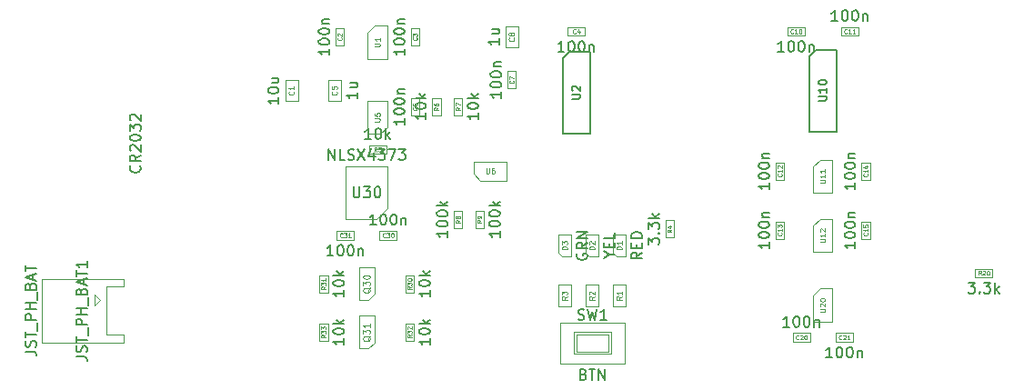
<source format=gbr>
%TF.GenerationSoftware,KiCad,Pcbnew,5.1.6*%
%TF.CreationDate,2020-06-12T20:58:39-07:00*%
%TF.ProjectId,pcb-lab-1,7063622d-6c61-4622-9d31-2e6b69636164,rev?*%
%TF.SameCoordinates,Original*%
%TF.FileFunction,Other,Fab,Top*%
%FSLAX46Y46*%
G04 Gerber Fmt 4.6, Leading zero omitted, Abs format (unit mm)*
G04 Created by KiCad (PCBNEW 5.1.6) date 2020-06-12 20:58:39*
%MOMM*%
%LPD*%
G01*
G04 APERTURE LIST*
%ADD10C,0.100000*%
%ADD11C,0.150000*%
%ADD12C,0.080000*%
%ADD13C,0.060000*%
%ADD14C,0.101600*%
%ADD15C,0.075000*%
%ADD16C,0.127000*%
G04 APERTURE END LIST*
D10*
%TO.C,C1*%
X126900000Y-79000000D02*
X128100000Y-79000000D01*
X128100000Y-79000000D02*
X128100000Y-81000000D01*
X128100000Y-81000000D02*
X126900000Y-81000000D01*
X126900000Y-81000000D02*
X126900000Y-79000000D01*
%TO.C,C2*%
X131600000Y-74200000D02*
X132400000Y-74200000D01*
X132400000Y-74200000D02*
X132400000Y-75800000D01*
X132400000Y-75800000D02*
X131600000Y-75800000D01*
X131600000Y-75800000D02*
X131600000Y-74200000D01*
%TO.C,C3*%
X138600000Y-75800000D02*
X138600000Y-74200000D01*
X139400000Y-75800000D02*
X138600000Y-75800000D01*
X139400000Y-74200000D02*
X139400000Y-75800000D01*
X138600000Y-74200000D02*
X139400000Y-74200000D01*
%TO.C,C4*%
X153200000Y-74900000D02*
X153200000Y-74100000D01*
X153200000Y-74100000D02*
X154800000Y-74100000D01*
X154800000Y-74100000D02*
X154800000Y-74900000D01*
X154800000Y-74900000D02*
X153200000Y-74900000D01*
%TO.C,C5*%
X132100000Y-79000000D02*
X132100000Y-81000000D01*
X130900000Y-79000000D02*
X132100000Y-79000000D01*
X130900000Y-81000000D02*
X130900000Y-79000000D01*
X132100000Y-81000000D02*
X130900000Y-81000000D01*
%TO.C,C6*%
X138600000Y-80700000D02*
X139400000Y-80700000D01*
X139400000Y-80700000D02*
X139400000Y-82300000D01*
X139400000Y-82300000D02*
X138600000Y-82300000D01*
X138600000Y-82300000D02*
X138600000Y-80700000D01*
%TO.C,C7*%
X147600000Y-79800000D02*
X147600000Y-78200000D01*
X148400000Y-79800000D02*
X147600000Y-79800000D01*
X148400000Y-78200000D02*
X148400000Y-79800000D01*
X147600000Y-78200000D02*
X148400000Y-78200000D01*
%TO.C,C10*%
X173660000Y-74900000D02*
X173660000Y-74100000D01*
X173660000Y-74100000D02*
X175260000Y-74100000D01*
X175260000Y-74100000D02*
X175260000Y-74900000D01*
X175260000Y-74900000D02*
X173660000Y-74900000D01*
%TO.C,C11*%
X178660000Y-74100000D02*
X180260000Y-74100000D01*
X178660000Y-74900000D02*
X178660000Y-74100000D01*
X180260000Y-74900000D02*
X178660000Y-74900000D01*
X180260000Y-74100000D02*
X180260000Y-74900000D01*
%TO.C,C12*%
X172560000Y-88300000D02*
X172560000Y-86700000D01*
X173360000Y-88300000D02*
X172560000Y-88300000D01*
X173360000Y-86700000D02*
X173360000Y-88300000D01*
X172560000Y-86700000D02*
X173360000Y-86700000D01*
%TO.C,C13*%
X172560000Y-93800000D02*
X172560000Y-92200000D01*
X173360000Y-93800000D02*
X172560000Y-93800000D01*
X173360000Y-92200000D02*
X173360000Y-93800000D01*
X172560000Y-92200000D02*
X173360000Y-92200000D01*
%TO.C,C14*%
X180560000Y-86700000D02*
X181360000Y-86700000D01*
X181360000Y-86700000D02*
X181360000Y-88300000D01*
X181360000Y-88300000D02*
X180560000Y-88300000D01*
X180560000Y-88300000D02*
X180560000Y-86700000D01*
%TO.C,C15*%
X180560000Y-92200000D02*
X181360000Y-92200000D01*
X181360000Y-92200000D02*
X181360000Y-93800000D01*
X181360000Y-93800000D02*
X180560000Y-93800000D01*
X180560000Y-93800000D02*
X180560000Y-92200000D01*
%TO.C,C20*%
X175760000Y-102600000D02*
X175760000Y-103400000D01*
X175760000Y-103400000D02*
X174160000Y-103400000D01*
X174160000Y-103400000D02*
X174160000Y-102600000D01*
X174160000Y-102600000D02*
X175760000Y-102600000D01*
%TO.C,C21*%
X179760000Y-103400000D02*
X178160000Y-103400000D01*
X179760000Y-102600000D02*
X179760000Y-103400000D01*
X178160000Y-102600000D02*
X179760000Y-102600000D01*
X178160000Y-103400000D02*
X178160000Y-102600000D01*
%TO.C,C30*%
X135700000Y-93100000D02*
X137300000Y-93100000D01*
X135700000Y-93900000D02*
X135700000Y-93100000D01*
X137300000Y-93900000D02*
X135700000Y-93900000D01*
X137300000Y-93100000D02*
X137300000Y-93900000D01*
%TO.C,C31*%
X131700000Y-93900000D02*
X131700000Y-93100000D01*
X131700000Y-93100000D02*
X133300000Y-93100000D01*
X133300000Y-93100000D02*
X133300000Y-93900000D01*
X133300000Y-93900000D02*
X131700000Y-93900000D01*
%TO.C,D1*%
X157420000Y-93440000D02*
X157420000Y-95140000D01*
X157420000Y-95140000D02*
X157720000Y-95440000D01*
X157720000Y-95440000D02*
X158620000Y-95440000D01*
X158620000Y-95440000D02*
X158620000Y-93440000D01*
X158620000Y-93440000D02*
X157420000Y-93440000D01*
%TO.C,D2*%
X154880000Y-93440000D02*
X154880000Y-95140000D01*
X154880000Y-95140000D02*
X155180000Y-95440000D01*
X155180000Y-95440000D02*
X156080000Y-95440000D01*
X156080000Y-95440000D02*
X156080000Y-93440000D01*
X156080000Y-93440000D02*
X154880000Y-93440000D01*
%TO.C,D3*%
X153540000Y-93440000D02*
X152340000Y-93440000D01*
X153540000Y-95440000D02*
X153540000Y-93440000D01*
X152640000Y-95440000D02*
X153540000Y-95440000D01*
X152340000Y-95140000D02*
X152640000Y-95440000D01*
X152340000Y-93440000D02*
X152340000Y-95140000D01*
%TO.C,JST_PH_BAT1*%
X109150000Y-100000000D02*
X109650000Y-99500000D01*
X109150000Y-99000000D02*
X109150000Y-100000000D01*
X109650000Y-99500000D02*
X109150000Y-99000000D01*
X110250000Y-102750000D02*
X110250000Y-98250000D01*
X111850000Y-102750000D02*
X110250000Y-102750000D01*
X111850000Y-103450000D02*
X111850000Y-102750000D01*
X104250000Y-103450000D02*
X111850000Y-103450000D01*
X104250000Y-97550000D02*
X104250000Y-103450000D01*
X111850000Y-97550000D02*
X104250000Y-97550000D01*
X111850000Y-98250000D02*
X111850000Y-97550000D01*
X110250000Y-98250000D02*
X111850000Y-98250000D01*
%TO.C,Q30*%
X135200000Y-96480000D02*
X133800000Y-96480000D01*
X133800000Y-99520000D02*
X133800000Y-96480000D01*
X135200000Y-98950000D02*
X134650000Y-99520000D01*
X134650000Y-99520000D02*
X133800000Y-99520000D01*
X135200000Y-98950000D02*
X135200000Y-96500000D01*
%TO.C,Q31*%
X135200000Y-103450000D02*
X135200000Y-101000000D01*
X134650000Y-104020000D02*
X133800000Y-104020000D01*
X135200000Y-103450000D02*
X134650000Y-104020000D01*
X133800000Y-104020000D02*
X133800000Y-100980000D01*
X135200000Y-100980000D02*
X133800000Y-100980000D01*
%TO.C,R1*%
X157400000Y-100100000D02*
X157400000Y-98100000D01*
X157400000Y-98100000D02*
X158640000Y-98100000D01*
X158640000Y-98100000D02*
X158640000Y-100100000D01*
X158640000Y-100100000D02*
X157400000Y-100100000D01*
%TO.C,R2*%
X154860000Y-100100000D02*
X154860000Y-98100000D01*
X154860000Y-98100000D02*
X156100000Y-98100000D01*
X156100000Y-98100000D02*
X156100000Y-100100000D01*
X156100000Y-100100000D02*
X154860000Y-100100000D01*
%TO.C,R3*%
X153560000Y-100100000D02*
X152320000Y-100100000D01*
X153560000Y-98100000D02*
X153560000Y-100100000D01*
X152320000Y-98100000D02*
X153560000Y-98100000D01*
X152320000Y-100100000D02*
X152320000Y-98100000D01*
%TO.C,R4*%
X162300000Y-92100000D02*
X163100000Y-92100000D01*
X163100000Y-92100000D02*
X163100000Y-93700000D01*
X163100000Y-93700000D02*
X162300000Y-93700000D01*
X162300000Y-93700000D02*
X162300000Y-92100000D01*
%TO.C,R5*%
X136300000Y-85100000D02*
X136300000Y-85900000D01*
X136300000Y-85900000D02*
X134700000Y-85900000D01*
X134700000Y-85900000D02*
X134700000Y-85100000D01*
X134700000Y-85100000D02*
X136300000Y-85100000D01*
%TO.C,R6*%
X140600000Y-82300000D02*
X140600000Y-80700000D01*
X141400000Y-82300000D02*
X140600000Y-82300000D01*
X141400000Y-80700000D02*
X141400000Y-82300000D01*
X140600000Y-80700000D02*
X141400000Y-80700000D01*
%TO.C,R7*%
X143400000Y-82300000D02*
X142600000Y-82300000D01*
X142600000Y-82300000D02*
X142600000Y-80700000D01*
X142600000Y-80700000D02*
X143400000Y-80700000D01*
X143400000Y-80700000D02*
X143400000Y-82300000D01*
%TO.C,R20*%
X192760000Y-97400000D02*
X191160000Y-97400000D01*
X192760000Y-96600000D02*
X192760000Y-97400000D01*
X191160000Y-96600000D02*
X192760000Y-96600000D01*
X191160000Y-97400000D02*
X191160000Y-96600000D01*
%TO.C,R30*%
X138900000Y-97200000D02*
X138900000Y-98800000D01*
X138100000Y-97200000D02*
X138900000Y-97200000D01*
X138100000Y-98800000D02*
X138100000Y-97200000D01*
X138900000Y-98800000D02*
X138100000Y-98800000D01*
%TO.C,R31*%
X130900000Y-98800000D02*
X130100000Y-98800000D01*
X130100000Y-98800000D02*
X130100000Y-97200000D01*
X130100000Y-97200000D02*
X130900000Y-97200000D01*
X130900000Y-97200000D02*
X130900000Y-98800000D01*
%TO.C,R32*%
X138900000Y-101700000D02*
X138900000Y-103300000D01*
X138100000Y-101700000D02*
X138900000Y-101700000D01*
X138100000Y-103300000D02*
X138100000Y-101700000D01*
X138900000Y-103300000D02*
X138100000Y-103300000D01*
%TO.C,R33*%
X130900000Y-103300000D02*
X130100000Y-103300000D01*
X130100000Y-103300000D02*
X130100000Y-101700000D01*
X130100000Y-101700000D02*
X130900000Y-101700000D01*
X130900000Y-101700000D02*
X130900000Y-103300000D01*
%TO.C,SW1*%
X158500000Y-101600000D02*
X158500000Y-105400000D01*
X152500000Y-101600000D02*
X152500000Y-105400000D01*
X152500000Y-101600000D02*
X158500000Y-101600000D01*
X152500000Y-105400000D02*
X158500000Y-105400000D01*
X154000000Y-102700000D02*
X154000000Y-104300000D01*
X157000000Y-102700000D02*
X157000000Y-104300000D01*
X154000000Y-102700000D02*
X157000000Y-102700000D01*
X154000000Y-104300000D02*
X157000000Y-104300000D01*
X153750000Y-104500000D02*
X153750000Y-102500000D01*
X157250000Y-104500000D02*
X153750000Y-104500000D01*
X157250000Y-102500000D02*
X157250000Y-104500000D01*
X153750000Y-102500000D02*
X157250000Y-102500000D01*
%TO.C,U1*%
X136400000Y-73950000D02*
X136400000Y-77050000D01*
X136400000Y-77050000D02*
X134600000Y-77050000D01*
X134600000Y-74600000D02*
X134600000Y-77050000D01*
X136400000Y-73950000D02*
X135250000Y-73950000D01*
X134600000Y-74600000D02*
X135250000Y-73950000D01*
D11*
%TO.C,U2*%
X152730000Y-77025000D02*
X153365000Y-76390000D01*
X152730000Y-84010000D02*
X152730000Y-77025000D01*
X155270000Y-84010000D02*
X152730000Y-84010000D01*
X155270000Y-76390000D02*
X155270000Y-84010000D01*
X153365000Y-76390000D02*
X155270000Y-76390000D01*
D10*
%TO.C,U5*%
X136400000Y-83400000D02*
X135750000Y-84050000D01*
X134600000Y-84050000D02*
X135750000Y-84050000D01*
X136400000Y-83400000D02*
X136400000Y-80950000D01*
X134600000Y-80950000D02*
X136400000Y-80950000D01*
X134600000Y-84050000D02*
X134600000Y-80950000D01*
D11*
%TO.C,U10*%
X176325000Y-76190000D02*
X178230000Y-76190000D01*
X178230000Y-76190000D02*
X178230000Y-83810000D01*
X178230000Y-83810000D02*
X175690000Y-83810000D01*
X175690000Y-83810000D02*
X175690000Y-76825000D01*
X175690000Y-76825000D02*
X176325000Y-76190000D01*
D10*
%TO.C,U11*%
X176060000Y-87100000D02*
X176710000Y-86450000D01*
X177860000Y-86450000D02*
X176710000Y-86450000D01*
X176060000Y-87100000D02*
X176060000Y-89550000D01*
X177860000Y-89550000D02*
X176060000Y-89550000D01*
X177860000Y-86450000D02*
X177860000Y-89550000D01*
%TO.C,U12*%
X177860000Y-91950000D02*
X177860000Y-95050000D01*
X177860000Y-95050000D02*
X176060000Y-95050000D01*
X176060000Y-92600000D02*
X176060000Y-95050000D01*
X177860000Y-91950000D02*
X176710000Y-91950000D01*
X176060000Y-92600000D02*
X176710000Y-91950000D01*
%TO.C,U20*%
X177860000Y-98450000D02*
X177860000Y-101550000D01*
X177860000Y-101550000D02*
X176060000Y-101550000D01*
X176060000Y-99100000D02*
X176060000Y-101550000D01*
X177860000Y-98450000D02*
X176710000Y-98450000D01*
X176060000Y-99100000D02*
X176710000Y-98450000D01*
%TO.C,U30*%
X136450000Y-90950000D02*
X135450000Y-91950000D01*
X136450000Y-87050000D02*
X136450000Y-90950000D01*
X132550000Y-87050000D02*
X136450000Y-87050000D01*
X132550000Y-91950000D02*
X132550000Y-87050000D01*
X135450000Y-91950000D02*
X132550000Y-91950000D01*
%TO.C,C8*%
X147400000Y-76000000D02*
X147400000Y-74000000D01*
X148600000Y-76000000D02*
X147400000Y-76000000D01*
X148600000Y-74000000D02*
X148600000Y-76000000D01*
X147400000Y-74000000D02*
X148600000Y-74000000D01*
%TO.C,R8*%
X142600000Y-91200000D02*
X143400000Y-91200000D01*
X143400000Y-91200000D02*
X143400000Y-92800000D01*
X143400000Y-92800000D02*
X142600000Y-92800000D01*
X142600000Y-92800000D02*
X142600000Y-91200000D01*
%TO.C,R9*%
X145400000Y-91200000D02*
X145400000Y-92800000D01*
X144600000Y-91200000D02*
X145400000Y-91200000D01*
X144600000Y-92800000D02*
X144600000Y-91200000D01*
X145400000Y-92800000D02*
X144600000Y-92800000D01*
%TO.C,U6*%
X144450000Y-86600000D02*
X147550000Y-86600000D01*
X147550000Y-86600000D02*
X147550000Y-88400000D01*
X145100000Y-88400000D02*
X147550000Y-88400000D01*
X144450000Y-86600000D02*
X144450000Y-87750000D01*
X145100000Y-88400000D02*
X144450000Y-87750000D01*
%TD*%
%TO.C,BT1*%
D11*
X113357142Y-87009238D02*
X113404761Y-87056857D01*
X113452380Y-87199714D01*
X113452380Y-87294952D01*
X113404761Y-87437809D01*
X113309523Y-87533047D01*
X113214285Y-87580666D01*
X113023809Y-87628285D01*
X112880952Y-87628285D01*
X112690476Y-87580666D01*
X112595238Y-87533047D01*
X112500000Y-87437809D01*
X112452380Y-87294952D01*
X112452380Y-87199714D01*
X112500000Y-87056857D01*
X112547619Y-87009238D01*
X113452380Y-86009238D02*
X112976190Y-86342571D01*
X113452380Y-86580666D02*
X112452380Y-86580666D01*
X112452380Y-86199714D01*
X112500000Y-86104476D01*
X112547619Y-86056857D01*
X112642857Y-86009238D01*
X112785714Y-86009238D01*
X112880952Y-86056857D01*
X112928571Y-86104476D01*
X112976190Y-86199714D01*
X112976190Y-86580666D01*
X112547619Y-85628285D02*
X112500000Y-85580666D01*
X112452380Y-85485428D01*
X112452380Y-85247333D01*
X112500000Y-85152095D01*
X112547619Y-85104476D01*
X112642857Y-85056857D01*
X112738095Y-85056857D01*
X112880952Y-85104476D01*
X113452380Y-85675904D01*
X113452380Y-85056857D01*
X112452380Y-84437809D02*
X112452380Y-84342571D01*
X112500000Y-84247333D01*
X112547619Y-84199714D01*
X112642857Y-84152095D01*
X112833333Y-84104476D01*
X113071428Y-84104476D01*
X113261904Y-84152095D01*
X113357142Y-84199714D01*
X113404761Y-84247333D01*
X113452380Y-84342571D01*
X113452380Y-84437809D01*
X113404761Y-84533047D01*
X113357142Y-84580666D01*
X113261904Y-84628285D01*
X113071428Y-84675904D01*
X112833333Y-84675904D01*
X112642857Y-84628285D01*
X112547619Y-84580666D01*
X112500000Y-84533047D01*
X112452380Y-84437809D01*
X112452380Y-83771142D02*
X112452380Y-83152095D01*
X112833333Y-83485428D01*
X112833333Y-83342571D01*
X112880952Y-83247333D01*
X112928571Y-83199714D01*
X113023809Y-83152095D01*
X113261904Y-83152095D01*
X113357142Y-83199714D01*
X113404761Y-83247333D01*
X113452380Y-83342571D01*
X113452380Y-83628285D01*
X113404761Y-83723523D01*
X113357142Y-83771142D01*
X112547619Y-82771142D02*
X112500000Y-82723523D01*
X112452380Y-82628285D01*
X112452380Y-82390190D01*
X112500000Y-82294952D01*
X112547619Y-82247333D01*
X112642857Y-82199714D01*
X112738095Y-82199714D01*
X112880952Y-82247333D01*
X113452380Y-82818761D01*
X113452380Y-82199714D01*
%TO.C,C1*%
X126302380Y-80642857D02*
X126302380Y-81214285D01*
X126302380Y-80928571D02*
X125302380Y-80928571D01*
X125445238Y-81023809D01*
X125540476Y-81119047D01*
X125588095Y-81214285D01*
X125302380Y-80023809D02*
X125302380Y-79928571D01*
X125350000Y-79833333D01*
X125397619Y-79785714D01*
X125492857Y-79738095D01*
X125683333Y-79690476D01*
X125921428Y-79690476D01*
X126111904Y-79738095D01*
X126207142Y-79785714D01*
X126254761Y-79833333D01*
X126302380Y-79928571D01*
X126302380Y-80023809D01*
X126254761Y-80119047D01*
X126207142Y-80166666D01*
X126111904Y-80214285D01*
X125921428Y-80261904D01*
X125683333Y-80261904D01*
X125492857Y-80214285D01*
X125397619Y-80166666D01*
X125350000Y-80119047D01*
X125302380Y-80023809D01*
X125635714Y-78833333D02*
X126302380Y-78833333D01*
X125635714Y-79261904D02*
X126159523Y-79261904D01*
X126254761Y-79214285D01*
X126302380Y-79119047D01*
X126302380Y-78976190D01*
X126254761Y-78880952D01*
X126207142Y-78833333D01*
D12*
X127678571Y-80083333D02*
X127702380Y-80107142D01*
X127726190Y-80178571D01*
X127726190Y-80226190D01*
X127702380Y-80297619D01*
X127654761Y-80345238D01*
X127607142Y-80369047D01*
X127511904Y-80392857D01*
X127440476Y-80392857D01*
X127345238Y-80369047D01*
X127297619Y-80345238D01*
X127250000Y-80297619D01*
X127226190Y-80226190D01*
X127226190Y-80178571D01*
X127250000Y-80107142D01*
X127273809Y-80083333D01*
X127726190Y-79607142D02*
X127726190Y-79892857D01*
X127726190Y-79750000D02*
X127226190Y-79750000D01*
X127297619Y-79797619D01*
X127345238Y-79845238D01*
X127369047Y-79892857D01*
%TO.C,C2*%
D11*
X131022380Y-76119047D02*
X131022380Y-76690476D01*
X131022380Y-76404761D02*
X130022380Y-76404761D01*
X130165238Y-76500000D01*
X130260476Y-76595238D01*
X130308095Y-76690476D01*
X130022380Y-75500000D02*
X130022380Y-75404761D01*
X130070000Y-75309523D01*
X130117619Y-75261904D01*
X130212857Y-75214285D01*
X130403333Y-75166666D01*
X130641428Y-75166666D01*
X130831904Y-75214285D01*
X130927142Y-75261904D01*
X130974761Y-75309523D01*
X131022380Y-75404761D01*
X131022380Y-75500000D01*
X130974761Y-75595238D01*
X130927142Y-75642857D01*
X130831904Y-75690476D01*
X130641428Y-75738095D01*
X130403333Y-75738095D01*
X130212857Y-75690476D01*
X130117619Y-75642857D01*
X130070000Y-75595238D01*
X130022380Y-75500000D01*
X130022380Y-74547619D02*
X130022380Y-74452380D01*
X130070000Y-74357142D01*
X130117619Y-74309523D01*
X130212857Y-74261904D01*
X130403333Y-74214285D01*
X130641428Y-74214285D01*
X130831904Y-74261904D01*
X130927142Y-74309523D01*
X130974761Y-74357142D01*
X131022380Y-74452380D01*
X131022380Y-74547619D01*
X130974761Y-74642857D01*
X130927142Y-74690476D01*
X130831904Y-74738095D01*
X130641428Y-74785714D01*
X130403333Y-74785714D01*
X130212857Y-74738095D01*
X130117619Y-74690476D01*
X130070000Y-74642857D01*
X130022380Y-74547619D01*
X130355714Y-73785714D02*
X131022380Y-73785714D01*
X130450952Y-73785714D02*
X130403333Y-73738095D01*
X130355714Y-73642857D01*
X130355714Y-73500000D01*
X130403333Y-73404761D01*
X130498571Y-73357142D01*
X131022380Y-73357142D01*
D13*
X132142857Y-75066666D02*
X132161904Y-75085714D01*
X132180952Y-75142857D01*
X132180952Y-75180952D01*
X132161904Y-75238095D01*
X132123809Y-75276190D01*
X132085714Y-75295238D01*
X132009523Y-75314285D01*
X131952380Y-75314285D01*
X131876190Y-75295238D01*
X131838095Y-75276190D01*
X131800000Y-75238095D01*
X131780952Y-75180952D01*
X131780952Y-75142857D01*
X131800000Y-75085714D01*
X131819047Y-75066666D01*
X131819047Y-74914285D02*
X131800000Y-74895238D01*
X131780952Y-74857142D01*
X131780952Y-74761904D01*
X131800000Y-74723809D01*
X131819047Y-74704761D01*
X131857142Y-74685714D01*
X131895238Y-74685714D01*
X131952380Y-74704761D01*
X132180952Y-74933333D01*
X132180952Y-74685714D01*
%TO.C,C3*%
D11*
X138022380Y-76119047D02*
X138022380Y-76690476D01*
X138022380Y-76404761D02*
X137022380Y-76404761D01*
X137165238Y-76500000D01*
X137260476Y-76595238D01*
X137308095Y-76690476D01*
X137022380Y-75500000D02*
X137022380Y-75404761D01*
X137070000Y-75309523D01*
X137117619Y-75261904D01*
X137212857Y-75214285D01*
X137403333Y-75166666D01*
X137641428Y-75166666D01*
X137831904Y-75214285D01*
X137927142Y-75261904D01*
X137974761Y-75309523D01*
X138022380Y-75404761D01*
X138022380Y-75500000D01*
X137974761Y-75595238D01*
X137927142Y-75642857D01*
X137831904Y-75690476D01*
X137641428Y-75738095D01*
X137403333Y-75738095D01*
X137212857Y-75690476D01*
X137117619Y-75642857D01*
X137070000Y-75595238D01*
X137022380Y-75500000D01*
X137022380Y-74547619D02*
X137022380Y-74452380D01*
X137070000Y-74357142D01*
X137117619Y-74309523D01*
X137212857Y-74261904D01*
X137403333Y-74214285D01*
X137641428Y-74214285D01*
X137831904Y-74261904D01*
X137927142Y-74309523D01*
X137974761Y-74357142D01*
X138022380Y-74452380D01*
X138022380Y-74547619D01*
X137974761Y-74642857D01*
X137927142Y-74690476D01*
X137831904Y-74738095D01*
X137641428Y-74785714D01*
X137403333Y-74785714D01*
X137212857Y-74738095D01*
X137117619Y-74690476D01*
X137070000Y-74642857D01*
X137022380Y-74547619D01*
X137355714Y-73785714D02*
X138022380Y-73785714D01*
X137450952Y-73785714D02*
X137403333Y-73738095D01*
X137355714Y-73642857D01*
X137355714Y-73500000D01*
X137403333Y-73404761D01*
X137498571Y-73357142D01*
X138022380Y-73357142D01*
D13*
X139142857Y-75066666D02*
X139161904Y-75085714D01*
X139180952Y-75142857D01*
X139180952Y-75180952D01*
X139161904Y-75238095D01*
X139123809Y-75276190D01*
X139085714Y-75295238D01*
X139009523Y-75314285D01*
X138952380Y-75314285D01*
X138876190Y-75295238D01*
X138838095Y-75276190D01*
X138800000Y-75238095D01*
X138780952Y-75180952D01*
X138780952Y-75142857D01*
X138800000Y-75085714D01*
X138819047Y-75066666D01*
X138780952Y-74933333D02*
X138780952Y-74685714D01*
X138933333Y-74819047D01*
X138933333Y-74761904D01*
X138952380Y-74723809D01*
X138971428Y-74704761D01*
X139009523Y-74685714D01*
X139104761Y-74685714D01*
X139142857Y-74704761D01*
X139161904Y-74723809D01*
X139180952Y-74761904D01*
X139180952Y-74876190D01*
X139161904Y-74914285D01*
X139142857Y-74933333D01*
%TO.C,C4*%
D11*
X152880952Y-76382380D02*
X152309523Y-76382380D01*
X152595238Y-76382380D02*
X152595238Y-75382380D01*
X152500000Y-75525238D01*
X152404761Y-75620476D01*
X152309523Y-75668095D01*
X153500000Y-75382380D02*
X153595238Y-75382380D01*
X153690476Y-75430000D01*
X153738095Y-75477619D01*
X153785714Y-75572857D01*
X153833333Y-75763333D01*
X153833333Y-76001428D01*
X153785714Y-76191904D01*
X153738095Y-76287142D01*
X153690476Y-76334761D01*
X153595238Y-76382380D01*
X153500000Y-76382380D01*
X153404761Y-76334761D01*
X153357142Y-76287142D01*
X153309523Y-76191904D01*
X153261904Y-76001428D01*
X153261904Y-75763333D01*
X153309523Y-75572857D01*
X153357142Y-75477619D01*
X153404761Y-75430000D01*
X153500000Y-75382380D01*
X154452380Y-75382380D02*
X154547619Y-75382380D01*
X154642857Y-75430000D01*
X154690476Y-75477619D01*
X154738095Y-75572857D01*
X154785714Y-75763333D01*
X154785714Y-76001428D01*
X154738095Y-76191904D01*
X154690476Y-76287142D01*
X154642857Y-76334761D01*
X154547619Y-76382380D01*
X154452380Y-76382380D01*
X154357142Y-76334761D01*
X154309523Y-76287142D01*
X154261904Y-76191904D01*
X154214285Y-76001428D01*
X154214285Y-75763333D01*
X154261904Y-75572857D01*
X154309523Y-75477619D01*
X154357142Y-75430000D01*
X154452380Y-75382380D01*
X155214285Y-75715714D02*
X155214285Y-76382380D01*
X155214285Y-75810952D02*
X155261904Y-75763333D01*
X155357142Y-75715714D01*
X155500000Y-75715714D01*
X155595238Y-75763333D01*
X155642857Y-75858571D01*
X155642857Y-76382380D01*
D13*
X153933333Y-74642857D02*
X153914285Y-74661904D01*
X153857142Y-74680952D01*
X153819047Y-74680952D01*
X153761904Y-74661904D01*
X153723809Y-74623809D01*
X153704761Y-74585714D01*
X153685714Y-74509523D01*
X153685714Y-74452380D01*
X153704761Y-74376190D01*
X153723809Y-74338095D01*
X153761904Y-74300000D01*
X153819047Y-74280952D01*
X153857142Y-74280952D01*
X153914285Y-74300000D01*
X153933333Y-74319047D01*
X154276190Y-74414285D02*
X154276190Y-74680952D01*
X154180952Y-74261904D02*
X154085714Y-74547619D01*
X154333333Y-74547619D01*
%TO.C,C5*%
D11*
X133602380Y-80166666D02*
X133602380Y-80738095D01*
X133602380Y-80452380D02*
X132602380Y-80452380D01*
X132745238Y-80547619D01*
X132840476Y-80642857D01*
X132888095Y-80738095D01*
X132935714Y-79309523D02*
X133602380Y-79309523D01*
X132935714Y-79738095D02*
X133459523Y-79738095D01*
X133554761Y-79690476D01*
X133602380Y-79595238D01*
X133602380Y-79452380D01*
X133554761Y-79357142D01*
X133507142Y-79309523D01*
D12*
X131678571Y-80083333D02*
X131702380Y-80107142D01*
X131726190Y-80178571D01*
X131726190Y-80226190D01*
X131702380Y-80297619D01*
X131654761Y-80345238D01*
X131607142Y-80369047D01*
X131511904Y-80392857D01*
X131440476Y-80392857D01*
X131345238Y-80369047D01*
X131297619Y-80345238D01*
X131250000Y-80297619D01*
X131226190Y-80226190D01*
X131226190Y-80178571D01*
X131250000Y-80107142D01*
X131273809Y-80083333D01*
X131226190Y-79630952D02*
X131226190Y-79869047D01*
X131464285Y-79892857D01*
X131440476Y-79869047D01*
X131416666Y-79821428D01*
X131416666Y-79702380D01*
X131440476Y-79654761D01*
X131464285Y-79630952D01*
X131511904Y-79607142D01*
X131630952Y-79607142D01*
X131678571Y-79630952D01*
X131702380Y-79654761D01*
X131726190Y-79702380D01*
X131726190Y-79821428D01*
X131702380Y-79869047D01*
X131678571Y-79892857D01*
%TO.C,C6*%
D11*
X138022380Y-82619047D02*
X138022380Y-83190476D01*
X138022380Y-82904761D02*
X137022380Y-82904761D01*
X137165238Y-83000000D01*
X137260476Y-83095238D01*
X137308095Y-83190476D01*
X137022380Y-82000000D02*
X137022380Y-81904761D01*
X137070000Y-81809523D01*
X137117619Y-81761904D01*
X137212857Y-81714285D01*
X137403333Y-81666666D01*
X137641428Y-81666666D01*
X137831904Y-81714285D01*
X137927142Y-81761904D01*
X137974761Y-81809523D01*
X138022380Y-81904761D01*
X138022380Y-82000000D01*
X137974761Y-82095238D01*
X137927142Y-82142857D01*
X137831904Y-82190476D01*
X137641428Y-82238095D01*
X137403333Y-82238095D01*
X137212857Y-82190476D01*
X137117619Y-82142857D01*
X137070000Y-82095238D01*
X137022380Y-82000000D01*
X137022380Y-81047619D02*
X137022380Y-80952380D01*
X137070000Y-80857142D01*
X137117619Y-80809523D01*
X137212857Y-80761904D01*
X137403333Y-80714285D01*
X137641428Y-80714285D01*
X137831904Y-80761904D01*
X137927142Y-80809523D01*
X137974761Y-80857142D01*
X138022380Y-80952380D01*
X138022380Y-81047619D01*
X137974761Y-81142857D01*
X137927142Y-81190476D01*
X137831904Y-81238095D01*
X137641428Y-81285714D01*
X137403333Y-81285714D01*
X137212857Y-81238095D01*
X137117619Y-81190476D01*
X137070000Y-81142857D01*
X137022380Y-81047619D01*
X137355714Y-80285714D02*
X138022380Y-80285714D01*
X137450952Y-80285714D02*
X137403333Y-80238095D01*
X137355714Y-80142857D01*
X137355714Y-80000000D01*
X137403333Y-79904761D01*
X137498571Y-79857142D01*
X138022380Y-79857142D01*
D13*
X139142857Y-81566666D02*
X139161904Y-81585714D01*
X139180952Y-81642857D01*
X139180952Y-81680952D01*
X139161904Y-81738095D01*
X139123809Y-81776190D01*
X139085714Y-81795238D01*
X139009523Y-81814285D01*
X138952380Y-81814285D01*
X138876190Y-81795238D01*
X138838095Y-81776190D01*
X138800000Y-81738095D01*
X138780952Y-81680952D01*
X138780952Y-81642857D01*
X138800000Y-81585714D01*
X138819047Y-81566666D01*
X138780952Y-81223809D02*
X138780952Y-81300000D01*
X138800000Y-81338095D01*
X138819047Y-81357142D01*
X138876190Y-81395238D01*
X138952380Y-81414285D01*
X139104761Y-81414285D01*
X139142857Y-81395238D01*
X139161904Y-81376190D01*
X139180952Y-81338095D01*
X139180952Y-81261904D01*
X139161904Y-81223809D01*
X139142857Y-81204761D01*
X139104761Y-81185714D01*
X139009523Y-81185714D01*
X138971428Y-81204761D01*
X138952380Y-81223809D01*
X138933333Y-81261904D01*
X138933333Y-81338095D01*
X138952380Y-81376190D01*
X138971428Y-81395238D01*
X139009523Y-81414285D01*
%TO.C,C7*%
D11*
X147022380Y-80119047D02*
X147022380Y-80690476D01*
X147022380Y-80404761D02*
X146022380Y-80404761D01*
X146165238Y-80500000D01*
X146260476Y-80595238D01*
X146308095Y-80690476D01*
X146022380Y-79500000D02*
X146022380Y-79404761D01*
X146070000Y-79309523D01*
X146117619Y-79261904D01*
X146212857Y-79214285D01*
X146403333Y-79166666D01*
X146641428Y-79166666D01*
X146831904Y-79214285D01*
X146927142Y-79261904D01*
X146974761Y-79309523D01*
X147022380Y-79404761D01*
X147022380Y-79500000D01*
X146974761Y-79595238D01*
X146927142Y-79642857D01*
X146831904Y-79690476D01*
X146641428Y-79738095D01*
X146403333Y-79738095D01*
X146212857Y-79690476D01*
X146117619Y-79642857D01*
X146070000Y-79595238D01*
X146022380Y-79500000D01*
X146022380Y-78547619D02*
X146022380Y-78452380D01*
X146070000Y-78357142D01*
X146117619Y-78309523D01*
X146212857Y-78261904D01*
X146403333Y-78214285D01*
X146641428Y-78214285D01*
X146831904Y-78261904D01*
X146927142Y-78309523D01*
X146974761Y-78357142D01*
X147022380Y-78452380D01*
X147022380Y-78547619D01*
X146974761Y-78642857D01*
X146927142Y-78690476D01*
X146831904Y-78738095D01*
X146641428Y-78785714D01*
X146403333Y-78785714D01*
X146212857Y-78738095D01*
X146117619Y-78690476D01*
X146070000Y-78642857D01*
X146022380Y-78547619D01*
X146355714Y-77785714D02*
X147022380Y-77785714D01*
X146450952Y-77785714D02*
X146403333Y-77738095D01*
X146355714Y-77642857D01*
X146355714Y-77500000D01*
X146403333Y-77404761D01*
X146498571Y-77357142D01*
X147022380Y-77357142D01*
D13*
X148142857Y-79066666D02*
X148161904Y-79085714D01*
X148180952Y-79142857D01*
X148180952Y-79180952D01*
X148161904Y-79238095D01*
X148123809Y-79276190D01*
X148085714Y-79295238D01*
X148009523Y-79314285D01*
X147952380Y-79314285D01*
X147876190Y-79295238D01*
X147838095Y-79276190D01*
X147800000Y-79238095D01*
X147780952Y-79180952D01*
X147780952Y-79142857D01*
X147800000Y-79085714D01*
X147819047Y-79066666D01*
X147780952Y-78933333D02*
X147780952Y-78666666D01*
X148180952Y-78838095D01*
%TO.C,C10*%
D11*
X173340952Y-76382380D02*
X172769523Y-76382380D01*
X173055238Y-76382380D02*
X173055238Y-75382380D01*
X172960000Y-75525238D01*
X172864761Y-75620476D01*
X172769523Y-75668095D01*
X173960000Y-75382380D02*
X174055238Y-75382380D01*
X174150476Y-75430000D01*
X174198095Y-75477619D01*
X174245714Y-75572857D01*
X174293333Y-75763333D01*
X174293333Y-76001428D01*
X174245714Y-76191904D01*
X174198095Y-76287142D01*
X174150476Y-76334761D01*
X174055238Y-76382380D01*
X173960000Y-76382380D01*
X173864761Y-76334761D01*
X173817142Y-76287142D01*
X173769523Y-76191904D01*
X173721904Y-76001428D01*
X173721904Y-75763333D01*
X173769523Y-75572857D01*
X173817142Y-75477619D01*
X173864761Y-75430000D01*
X173960000Y-75382380D01*
X174912380Y-75382380D02*
X175007619Y-75382380D01*
X175102857Y-75430000D01*
X175150476Y-75477619D01*
X175198095Y-75572857D01*
X175245714Y-75763333D01*
X175245714Y-76001428D01*
X175198095Y-76191904D01*
X175150476Y-76287142D01*
X175102857Y-76334761D01*
X175007619Y-76382380D01*
X174912380Y-76382380D01*
X174817142Y-76334761D01*
X174769523Y-76287142D01*
X174721904Y-76191904D01*
X174674285Y-76001428D01*
X174674285Y-75763333D01*
X174721904Y-75572857D01*
X174769523Y-75477619D01*
X174817142Y-75430000D01*
X174912380Y-75382380D01*
X175674285Y-75715714D02*
X175674285Y-76382380D01*
X175674285Y-75810952D02*
X175721904Y-75763333D01*
X175817142Y-75715714D01*
X175960000Y-75715714D01*
X176055238Y-75763333D01*
X176102857Y-75858571D01*
X176102857Y-76382380D01*
D13*
X174202857Y-74642857D02*
X174183809Y-74661904D01*
X174126666Y-74680952D01*
X174088571Y-74680952D01*
X174031428Y-74661904D01*
X173993333Y-74623809D01*
X173974285Y-74585714D01*
X173955238Y-74509523D01*
X173955238Y-74452380D01*
X173974285Y-74376190D01*
X173993333Y-74338095D01*
X174031428Y-74300000D01*
X174088571Y-74280952D01*
X174126666Y-74280952D01*
X174183809Y-74300000D01*
X174202857Y-74319047D01*
X174583809Y-74680952D02*
X174355238Y-74680952D01*
X174469523Y-74680952D02*
X174469523Y-74280952D01*
X174431428Y-74338095D01*
X174393333Y-74376190D01*
X174355238Y-74395238D01*
X174831428Y-74280952D02*
X174869523Y-74280952D01*
X174907619Y-74300000D01*
X174926666Y-74319047D01*
X174945714Y-74357142D01*
X174964761Y-74433333D01*
X174964761Y-74528571D01*
X174945714Y-74604761D01*
X174926666Y-74642857D01*
X174907619Y-74661904D01*
X174869523Y-74680952D01*
X174831428Y-74680952D01*
X174793333Y-74661904D01*
X174774285Y-74642857D01*
X174755238Y-74604761D01*
X174736190Y-74528571D01*
X174736190Y-74433333D01*
X174755238Y-74357142D01*
X174774285Y-74319047D01*
X174793333Y-74300000D01*
X174831428Y-74280952D01*
%TO.C,C11*%
D11*
X178340952Y-73522380D02*
X177769523Y-73522380D01*
X178055238Y-73522380D02*
X178055238Y-72522380D01*
X177960000Y-72665238D01*
X177864761Y-72760476D01*
X177769523Y-72808095D01*
X178960000Y-72522380D02*
X179055238Y-72522380D01*
X179150476Y-72570000D01*
X179198095Y-72617619D01*
X179245714Y-72712857D01*
X179293333Y-72903333D01*
X179293333Y-73141428D01*
X179245714Y-73331904D01*
X179198095Y-73427142D01*
X179150476Y-73474761D01*
X179055238Y-73522380D01*
X178960000Y-73522380D01*
X178864761Y-73474761D01*
X178817142Y-73427142D01*
X178769523Y-73331904D01*
X178721904Y-73141428D01*
X178721904Y-72903333D01*
X178769523Y-72712857D01*
X178817142Y-72617619D01*
X178864761Y-72570000D01*
X178960000Y-72522380D01*
X179912380Y-72522380D02*
X180007619Y-72522380D01*
X180102857Y-72570000D01*
X180150476Y-72617619D01*
X180198095Y-72712857D01*
X180245714Y-72903333D01*
X180245714Y-73141428D01*
X180198095Y-73331904D01*
X180150476Y-73427142D01*
X180102857Y-73474761D01*
X180007619Y-73522380D01*
X179912380Y-73522380D01*
X179817142Y-73474761D01*
X179769523Y-73427142D01*
X179721904Y-73331904D01*
X179674285Y-73141428D01*
X179674285Y-72903333D01*
X179721904Y-72712857D01*
X179769523Y-72617619D01*
X179817142Y-72570000D01*
X179912380Y-72522380D01*
X180674285Y-72855714D02*
X180674285Y-73522380D01*
X180674285Y-72950952D02*
X180721904Y-72903333D01*
X180817142Y-72855714D01*
X180960000Y-72855714D01*
X181055238Y-72903333D01*
X181102857Y-72998571D01*
X181102857Y-73522380D01*
D13*
X179202857Y-74642857D02*
X179183809Y-74661904D01*
X179126666Y-74680952D01*
X179088571Y-74680952D01*
X179031428Y-74661904D01*
X178993333Y-74623809D01*
X178974285Y-74585714D01*
X178955238Y-74509523D01*
X178955238Y-74452380D01*
X178974285Y-74376190D01*
X178993333Y-74338095D01*
X179031428Y-74300000D01*
X179088571Y-74280952D01*
X179126666Y-74280952D01*
X179183809Y-74300000D01*
X179202857Y-74319047D01*
X179583809Y-74680952D02*
X179355238Y-74680952D01*
X179469523Y-74680952D02*
X179469523Y-74280952D01*
X179431428Y-74338095D01*
X179393333Y-74376190D01*
X179355238Y-74395238D01*
X179964761Y-74680952D02*
X179736190Y-74680952D01*
X179850476Y-74680952D02*
X179850476Y-74280952D01*
X179812380Y-74338095D01*
X179774285Y-74376190D01*
X179736190Y-74395238D01*
%TO.C,C12*%
D11*
X171982380Y-88619047D02*
X171982380Y-89190476D01*
X171982380Y-88904761D02*
X170982380Y-88904761D01*
X171125238Y-89000000D01*
X171220476Y-89095238D01*
X171268095Y-89190476D01*
X170982380Y-88000000D02*
X170982380Y-87904761D01*
X171030000Y-87809523D01*
X171077619Y-87761904D01*
X171172857Y-87714285D01*
X171363333Y-87666666D01*
X171601428Y-87666666D01*
X171791904Y-87714285D01*
X171887142Y-87761904D01*
X171934761Y-87809523D01*
X171982380Y-87904761D01*
X171982380Y-88000000D01*
X171934761Y-88095238D01*
X171887142Y-88142857D01*
X171791904Y-88190476D01*
X171601428Y-88238095D01*
X171363333Y-88238095D01*
X171172857Y-88190476D01*
X171077619Y-88142857D01*
X171030000Y-88095238D01*
X170982380Y-88000000D01*
X170982380Y-87047619D02*
X170982380Y-86952380D01*
X171030000Y-86857142D01*
X171077619Y-86809523D01*
X171172857Y-86761904D01*
X171363333Y-86714285D01*
X171601428Y-86714285D01*
X171791904Y-86761904D01*
X171887142Y-86809523D01*
X171934761Y-86857142D01*
X171982380Y-86952380D01*
X171982380Y-87047619D01*
X171934761Y-87142857D01*
X171887142Y-87190476D01*
X171791904Y-87238095D01*
X171601428Y-87285714D01*
X171363333Y-87285714D01*
X171172857Y-87238095D01*
X171077619Y-87190476D01*
X171030000Y-87142857D01*
X170982380Y-87047619D01*
X171315714Y-86285714D02*
X171982380Y-86285714D01*
X171410952Y-86285714D02*
X171363333Y-86238095D01*
X171315714Y-86142857D01*
X171315714Y-86000000D01*
X171363333Y-85904761D01*
X171458571Y-85857142D01*
X171982380Y-85857142D01*
D13*
X173102857Y-87757142D02*
X173121904Y-87776190D01*
X173140952Y-87833333D01*
X173140952Y-87871428D01*
X173121904Y-87928571D01*
X173083809Y-87966666D01*
X173045714Y-87985714D01*
X172969523Y-88004761D01*
X172912380Y-88004761D01*
X172836190Y-87985714D01*
X172798095Y-87966666D01*
X172760000Y-87928571D01*
X172740952Y-87871428D01*
X172740952Y-87833333D01*
X172760000Y-87776190D01*
X172779047Y-87757142D01*
X173140952Y-87376190D02*
X173140952Y-87604761D01*
X173140952Y-87490476D02*
X172740952Y-87490476D01*
X172798095Y-87528571D01*
X172836190Y-87566666D01*
X172855238Y-87604761D01*
X172779047Y-87223809D02*
X172760000Y-87204761D01*
X172740952Y-87166666D01*
X172740952Y-87071428D01*
X172760000Y-87033333D01*
X172779047Y-87014285D01*
X172817142Y-86995238D01*
X172855238Y-86995238D01*
X172912380Y-87014285D01*
X173140952Y-87242857D01*
X173140952Y-86995238D01*
%TO.C,C13*%
D11*
X171982380Y-94119047D02*
X171982380Y-94690476D01*
X171982380Y-94404761D02*
X170982380Y-94404761D01*
X171125238Y-94500000D01*
X171220476Y-94595238D01*
X171268095Y-94690476D01*
X170982380Y-93500000D02*
X170982380Y-93404761D01*
X171030000Y-93309523D01*
X171077619Y-93261904D01*
X171172857Y-93214285D01*
X171363333Y-93166666D01*
X171601428Y-93166666D01*
X171791904Y-93214285D01*
X171887142Y-93261904D01*
X171934761Y-93309523D01*
X171982380Y-93404761D01*
X171982380Y-93500000D01*
X171934761Y-93595238D01*
X171887142Y-93642857D01*
X171791904Y-93690476D01*
X171601428Y-93738095D01*
X171363333Y-93738095D01*
X171172857Y-93690476D01*
X171077619Y-93642857D01*
X171030000Y-93595238D01*
X170982380Y-93500000D01*
X170982380Y-92547619D02*
X170982380Y-92452380D01*
X171030000Y-92357142D01*
X171077619Y-92309523D01*
X171172857Y-92261904D01*
X171363333Y-92214285D01*
X171601428Y-92214285D01*
X171791904Y-92261904D01*
X171887142Y-92309523D01*
X171934761Y-92357142D01*
X171982380Y-92452380D01*
X171982380Y-92547619D01*
X171934761Y-92642857D01*
X171887142Y-92690476D01*
X171791904Y-92738095D01*
X171601428Y-92785714D01*
X171363333Y-92785714D01*
X171172857Y-92738095D01*
X171077619Y-92690476D01*
X171030000Y-92642857D01*
X170982380Y-92547619D01*
X171315714Y-91785714D02*
X171982380Y-91785714D01*
X171410952Y-91785714D02*
X171363333Y-91738095D01*
X171315714Y-91642857D01*
X171315714Y-91500000D01*
X171363333Y-91404761D01*
X171458571Y-91357142D01*
X171982380Y-91357142D01*
D13*
X173102857Y-93257142D02*
X173121904Y-93276190D01*
X173140952Y-93333333D01*
X173140952Y-93371428D01*
X173121904Y-93428571D01*
X173083809Y-93466666D01*
X173045714Y-93485714D01*
X172969523Y-93504761D01*
X172912380Y-93504761D01*
X172836190Y-93485714D01*
X172798095Y-93466666D01*
X172760000Y-93428571D01*
X172740952Y-93371428D01*
X172740952Y-93333333D01*
X172760000Y-93276190D01*
X172779047Y-93257142D01*
X173140952Y-92876190D02*
X173140952Y-93104761D01*
X173140952Y-92990476D02*
X172740952Y-92990476D01*
X172798095Y-93028571D01*
X172836190Y-93066666D01*
X172855238Y-93104761D01*
X172740952Y-92742857D02*
X172740952Y-92495238D01*
X172893333Y-92628571D01*
X172893333Y-92571428D01*
X172912380Y-92533333D01*
X172931428Y-92514285D01*
X172969523Y-92495238D01*
X173064761Y-92495238D01*
X173102857Y-92514285D01*
X173121904Y-92533333D01*
X173140952Y-92571428D01*
X173140952Y-92685714D01*
X173121904Y-92723809D01*
X173102857Y-92742857D01*
%TO.C,C14*%
D11*
X179982380Y-88619047D02*
X179982380Y-89190476D01*
X179982380Y-88904761D02*
X178982380Y-88904761D01*
X179125238Y-89000000D01*
X179220476Y-89095238D01*
X179268095Y-89190476D01*
X178982380Y-88000000D02*
X178982380Y-87904761D01*
X179030000Y-87809523D01*
X179077619Y-87761904D01*
X179172857Y-87714285D01*
X179363333Y-87666666D01*
X179601428Y-87666666D01*
X179791904Y-87714285D01*
X179887142Y-87761904D01*
X179934761Y-87809523D01*
X179982380Y-87904761D01*
X179982380Y-88000000D01*
X179934761Y-88095238D01*
X179887142Y-88142857D01*
X179791904Y-88190476D01*
X179601428Y-88238095D01*
X179363333Y-88238095D01*
X179172857Y-88190476D01*
X179077619Y-88142857D01*
X179030000Y-88095238D01*
X178982380Y-88000000D01*
X178982380Y-87047619D02*
X178982380Y-86952380D01*
X179030000Y-86857142D01*
X179077619Y-86809523D01*
X179172857Y-86761904D01*
X179363333Y-86714285D01*
X179601428Y-86714285D01*
X179791904Y-86761904D01*
X179887142Y-86809523D01*
X179934761Y-86857142D01*
X179982380Y-86952380D01*
X179982380Y-87047619D01*
X179934761Y-87142857D01*
X179887142Y-87190476D01*
X179791904Y-87238095D01*
X179601428Y-87285714D01*
X179363333Y-87285714D01*
X179172857Y-87238095D01*
X179077619Y-87190476D01*
X179030000Y-87142857D01*
X178982380Y-87047619D01*
X179315714Y-86285714D02*
X179982380Y-86285714D01*
X179410952Y-86285714D02*
X179363333Y-86238095D01*
X179315714Y-86142857D01*
X179315714Y-86000000D01*
X179363333Y-85904761D01*
X179458571Y-85857142D01*
X179982380Y-85857142D01*
D13*
X181102857Y-87757142D02*
X181121904Y-87776190D01*
X181140952Y-87833333D01*
X181140952Y-87871428D01*
X181121904Y-87928571D01*
X181083809Y-87966666D01*
X181045714Y-87985714D01*
X180969523Y-88004761D01*
X180912380Y-88004761D01*
X180836190Y-87985714D01*
X180798095Y-87966666D01*
X180760000Y-87928571D01*
X180740952Y-87871428D01*
X180740952Y-87833333D01*
X180760000Y-87776190D01*
X180779047Y-87757142D01*
X181140952Y-87376190D02*
X181140952Y-87604761D01*
X181140952Y-87490476D02*
X180740952Y-87490476D01*
X180798095Y-87528571D01*
X180836190Y-87566666D01*
X180855238Y-87604761D01*
X180874285Y-87033333D02*
X181140952Y-87033333D01*
X180721904Y-87128571D02*
X181007619Y-87223809D01*
X181007619Y-86976190D01*
%TO.C,C15*%
D11*
X179982380Y-94119047D02*
X179982380Y-94690476D01*
X179982380Y-94404761D02*
X178982380Y-94404761D01*
X179125238Y-94500000D01*
X179220476Y-94595238D01*
X179268095Y-94690476D01*
X178982380Y-93500000D02*
X178982380Y-93404761D01*
X179030000Y-93309523D01*
X179077619Y-93261904D01*
X179172857Y-93214285D01*
X179363333Y-93166666D01*
X179601428Y-93166666D01*
X179791904Y-93214285D01*
X179887142Y-93261904D01*
X179934761Y-93309523D01*
X179982380Y-93404761D01*
X179982380Y-93500000D01*
X179934761Y-93595238D01*
X179887142Y-93642857D01*
X179791904Y-93690476D01*
X179601428Y-93738095D01*
X179363333Y-93738095D01*
X179172857Y-93690476D01*
X179077619Y-93642857D01*
X179030000Y-93595238D01*
X178982380Y-93500000D01*
X178982380Y-92547619D02*
X178982380Y-92452380D01*
X179030000Y-92357142D01*
X179077619Y-92309523D01*
X179172857Y-92261904D01*
X179363333Y-92214285D01*
X179601428Y-92214285D01*
X179791904Y-92261904D01*
X179887142Y-92309523D01*
X179934761Y-92357142D01*
X179982380Y-92452380D01*
X179982380Y-92547619D01*
X179934761Y-92642857D01*
X179887142Y-92690476D01*
X179791904Y-92738095D01*
X179601428Y-92785714D01*
X179363333Y-92785714D01*
X179172857Y-92738095D01*
X179077619Y-92690476D01*
X179030000Y-92642857D01*
X178982380Y-92547619D01*
X179315714Y-91785714D02*
X179982380Y-91785714D01*
X179410952Y-91785714D02*
X179363333Y-91738095D01*
X179315714Y-91642857D01*
X179315714Y-91500000D01*
X179363333Y-91404761D01*
X179458571Y-91357142D01*
X179982380Y-91357142D01*
D13*
X181102857Y-93257142D02*
X181121904Y-93276190D01*
X181140952Y-93333333D01*
X181140952Y-93371428D01*
X181121904Y-93428571D01*
X181083809Y-93466666D01*
X181045714Y-93485714D01*
X180969523Y-93504761D01*
X180912380Y-93504761D01*
X180836190Y-93485714D01*
X180798095Y-93466666D01*
X180760000Y-93428571D01*
X180740952Y-93371428D01*
X180740952Y-93333333D01*
X180760000Y-93276190D01*
X180779047Y-93257142D01*
X181140952Y-92876190D02*
X181140952Y-93104761D01*
X181140952Y-92990476D02*
X180740952Y-92990476D01*
X180798095Y-93028571D01*
X180836190Y-93066666D01*
X180855238Y-93104761D01*
X180740952Y-92514285D02*
X180740952Y-92704761D01*
X180931428Y-92723809D01*
X180912380Y-92704761D01*
X180893333Y-92666666D01*
X180893333Y-92571428D01*
X180912380Y-92533333D01*
X180931428Y-92514285D01*
X180969523Y-92495238D01*
X181064761Y-92495238D01*
X181102857Y-92514285D01*
X181121904Y-92533333D01*
X181140952Y-92571428D01*
X181140952Y-92666666D01*
X181121904Y-92704761D01*
X181102857Y-92723809D01*
%TO.C,C20*%
D11*
X173840952Y-102022380D02*
X173269523Y-102022380D01*
X173555238Y-102022380D02*
X173555238Y-101022380D01*
X173460000Y-101165238D01*
X173364761Y-101260476D01*
X173269523Y-101308095D01*
X174460000Y-101022380D02*
X174555238Y-101022380D01*
X174650476Y-101070000D01*
X174698095Y-101117619D01*
X174745714Y-101212857D01*
X174793333Y-101403333D01*
X174793333Y-101641428D01*
X174745714Y-101831904D01*
X174698095Y-101927142D01*
X174650476Y-101974761D01*
X174555238Y-102022380D01*
X174460000Y-102022380D01*
X174364761Y-101974761D01*
X174317142Y-101927142D01*
X174269523Y-101831904D01*
X174221904Y-101641428D01*
X174221904Y-101403333D01*
X174269523Y-101212857D01*
X174317142Y-101117619D01*
X174364761Y-101070000D01*
X174460000Y-101022380D01*
X175412380Y-101022380D02*
X175507619Y-101022380D01*
X175602857Y-101070000D01*
X175650476Y-101117619D01*
X175698095Y-101212857D01*
X175745714Y-101403333D01*
X175745714Y-101641428D01*
X175698095Y-101831904D01*
X175650476Y-101927142D01*
X175602857Y-101974761D01*
X175507619Y-102022380D01*
X175412380Y-102022380D01*
X175317142Y-101974761D01*
X175269523Y-101927142D01*
X175221904Y-101831904D01*
X175174285Y-101641428D01*
X175174285Y-101403333D01*
X175221904Y-101212857D01*
X175269523Y-101117619D01*
X175317142Y-101070000D01*
X175412380Y-101022380D01*
X176174285Y-101355714D02*
X176174285Y-102022380D01*
X176174285Y-101450952D02*
X176221904Y-101403333D01*
X176317142Y-101355714D01*
X176460000Y-101355714D01*
X176555238Y-101403333D01*
X176602857Y-101498571D01*
X176602857Y-102022380D01*
D13*
X174702857Y-103142857D02*
X174683809Y-103161904D01*
X174626666Y-103180952D01*
X174588571Y-103180952D01*
X174531428Y-103161904D01*
X174493333Y-103123809D01*
X174474285Y-103085714D01*
X174455238Y-103009523D01*
X174455238Y-102952380D01*
X174474285Y-102876190D01*
X174493333Y-102838095D01*
X174531428Y-102800000D01*
X174588571Y-102780952D01*
X174626666Y-102780952D01*
X174683809Y-102800000D01*
X174702857Y-102819047D01*
X174855238Y-102819047D02*
X174874285Y-102800000D01*
X174912380Y-102780952D01*
X175007619Y-102780952D01*
X175045714Y-102800000D01*
X175064761Y-102819047D01*
X175083809Y-102857142D01*
X175083809Y-102895238D01*
X175064761Y-102952380D01*
X174836190Y-103180952D01*
X175083809Y-103180952D01*
X175331428Y-102780952D02*
X175369523Y-102780952D01*
X175407619Y-102800000D01*
X175426666Y-102819047D01*
X175445714Y-102857142D01*
X175464761Y-102933333D01*
X175464761Y-103028571D01*
X175445714Y-103104761D01*
X175426666Y-103142857D01*
X175407619Y-103161904D01*
X175369523Y-103180952D01*
X175331428Y-103180952D01*
X175293333Y-103161904D01*
X175274285Y-103142857D01*
X175255238Y-103104761D01*
X175236190Y-103028571D01*
X175236190Y-102933333D01*
X175255238Y-102857142D01*
X175274285Y-102819047D01*
X175293333Y-102800000D01*
X175331428Y-102780952D01*
%TO.C,C21*%
D11*
X177840952Y-104882380D02*
X177269523Y-104882380D01*
X177555238Y-104882380D02*
X177555238Y-103882380D01*
X177460000Y-104025238D01*
X177364761Y-104120476D01*
X177269523Y-104168095D01*
X178460000Y-103882380D02*
X178555238Y-103882380D01*
X178650476Y-103930000D01*
X178698095Y-103977619D01*
X178745714Y-104072857D01*
X178793333Y-104263333D01*
X178793333Y-104501428D01*
X178745714Y-104691904D01*
X178698095Y-104787142D01*
X178650476Y-104834761D01*
X178555238Y-104882380D01*
X178460000Y-104882380D01*
X178364761Y-104834761D01*
X178317142Y-104787142D01*
X178269523Y-104691904D01*
X178221904Y-104501428D01*
X178221904Y-104263333D01*
X178269523Y-104072857D01*
X178317142Y-103977619D01*
X178364761Y-103930000D01*
X178460000Y-103882380D01*
X179412380Y-103882380D02*
X179507619Y-103882380D01*
X179602857Y-103930000D01*
X179650476Y-103977619D01*
X179698095Y-104072857D01*
X179745714Y-104263333D01*
X179745714Y-104501428D01*
X179698095Y-104691904D01*
X179650476Y-104787142D01*
X179602857Y-104834761D01*
X179507619Y-104882380D01*
X179412380Y-104882380D01*
X179317142Y-104834761D01*
X179269523Y-104787142D01*
X179221904Y-104691904D01*
X179174285Y-104501428D01*
X179174285Y-104263333D01*
X179221904Y-104072857D01*
X179269523Y-103977619D01*
X179317142Y-103930000D01*
X179412380Y-103882380D01*
X180174285Y-104215714D02*
X180174285Y-104882380D01*
X180174285Y-104310952D02*
X180221904Y-104263333D01*
X180317142Y-104215714D01*
X180460000Y-104215714D01*
X180555238Y-104263333D01*
X180602857Y-104358571D01*
X180602857Y-104882380D01*
D13*
X178702857Y-103142857D02*
X178683809Y-103161904D01*
X178626666Y-103180952D01*
X178588571Y-103180952D01*
X178531428Y-103161904D01*
X178493333Y-103123809D01*
X178474285Y-103085714D01*
X178455238Y-103009523D01*
X178455238Y-102952380D01*
X178474285Y-102876190D01*
X178493333Y-102838095D01*
X178531428Y-102800000D01*
X178588571Y-102780952D01*
X178626666Y-102780952D01*
X178683809Y-102800000D01*
X178702857Y-102819047D01*
X178855238Y-102819047D02*
X178874285Y-102800000D01*
X178912380Y-102780952D01*
X179007619Y-102780952D01*
X179045714Y-102800000D01*
X179064761Y-102819047D01*
X179083809Y-102857142D01*
X179083809Y-102895238D01*
X179064761Y-102952380D01*
X178836190Y-103180952D01*
X179083809Y-103180952D01*
X179464761Y-103180952D02*
X179236190Y-103180952D01*
X179350476Y-103180952D02*
X179350476Y-102780952D01*
X179312380Y-102838095D01*
X179274285Y-102876190D01*
X179236190Y-102895238D01*
%TO.C,C30*%
D11*
X135380952Y-92522380D02*
X134809523Y-92522380D01*
X135095238Y-92522380D02*
X135095238Y-91522380D01*
X135000000Y-91665238D01*
X134904761Y-91760476D01*
X134809523Y-91808095D01*
X136000000Y-91522380D02*
X136095238Y-91522380D01*
X136190476Y-91570000D01*
X136238095Y-91617619D01*
X136285714Y-91712857D01*
X136333333Y-91903333D01*
X136333333Y-92141428D01*
X136285714Y-92331904D01*
X136238095Y-92427142D01*
X136190476Y-92474761D01*
X136095238Y-92522380D01*
X136000000Y-92522380D01*
X135904761Y-92474761D01*
X135857142Y-92427142D01*
X135809523Y-92331904D01*
X135761904Y-92141428D01*
X135761904Y-91903333D01*
X135809523Y-91712857D01*
X135857142Y-91617619D01*
X135904761Y-91570000D01*
X136000000Y-91522380D01*
X136952380Y-91522380D02*
X137047619Y-91522380D01*
X137142857Y-91570000D01*
X137190476Y-91617619D01*
X137238095Y-91712857D01*
X137285714Y-91903333D01*
X137285714Y-92141428D01*
X137238095Y-92331904D01*
X137190476Y-92427142D01*
X137142857Y-92474761D01*
X137047619Y-92522380D01*
X136952380Y-92522380D01*
X136857142Y-92474761D01*
X136809523Y-92427142D01*
X136761904Y-92331904D01*
X136714285Y-92141428D01*
X136714285Y-91903333D01*
X136761904Y-91712857D01*
X136809523Y-91617619D01*
X136857142Y-91570000D01*
X136952380Y-91522380D01*
X137714285Y-91855714D02*
X137714285Y-92522380D01*
X137714285Y-91950952D02*
X137761904Y-91903333D01*
X137857142Y-91855714D01*
X138000000Y-91855714D01*
X138095238Y-91903333D01*
X138142857Y-91998571D01*
X138142857Y-92522380D01*
D13*
X136242857Y-93642857D02*
X136223809Y-93661904D01*
X136166666Y-93680952D01*
X136128571Y-93680952D01*
X136071428Y-93661904D01*
X136033333Y-93623809D01*
X136014285Y-93585714D01*
X135995238Y-93509523D01*
X135995238Y-93452380D01*
X136014285Y-93376190D01*
X136033333Y-93338095D01*
X136071428Y-93300000D01*
X136128571Y-93280952D01*
X136166666Y-93280952D01*
X136223809Y-93300000D01*
X136242857Y-93319047D01*
X136376190Y-93280952D02*
X136623809Y-93280952D01*
X136490476Y-93433333D01*
X136547619Y-93433333D01*
X136585714Y-93452380D01*
X136604761Y-93471428D01*
X136623809Y-93509523D01*
X136623809Y-93604761D01*
X136604761Y-93642857D01*
X136585714Y-93661904D01*
X136547619Y-93680952D01*
X136433333Y-93680952D01*
X136395238Y-93661904D01*
X136376190Y-93642857D01*
X136871428Y-93280952D02*
X136909523Y-93280952D01*
X136947619Y-93300000D01*
X136966666Y-93319047D01*
X136985714Y-93357142D01*
X137004761Y-93433333D01*
X137004761Y-93528571D01*
X136985714Y-93604761D01*
X136966666Y-93642857D01*
X136947619Y-93661904D01*
X136909523Y-93680952D01*
X136871428Y-93680952D01*
X136833333Y-93661904D01*
X136814285Y-93642857D01*
X136795238Y-93604761D01*
X136776190Y-93528571D01*
X136776190Y-93433333D01*
X136795238Y-93357142D01*
X136814285Y-93319047D01*
X136833333Y-93300000D01*
X136871428Y-93280952D01*
%TO.C,C31*%
D11*
X131380952Y-95382380D02*
X130809523Y-95382380D01*
X131095238Y-95382380D02*
X131095238Y-94382380D01*
X131000000Y-94525238D01*
X130904761Y-94620476D01*
X130809523Y-94668095D01*
X132000000Y-94382380D02*
X132095238Y-94382380D01*
X132190476Y-94430000D01*
X132238095Y-94477619D01*
X132285714Y-94572857D01*
X132333333Y-94763333D01*
X132333333Y-95001428D01*
X132285714Y-95191904D01*
X132238095Y-95287142D01*
X132190476Y-95334761D01*
X132095238Y-95382380D01*
X132000000Y-95382380D01*
X131904761Y-95334761D01*
X131857142Y-95287142D01*
X131809523Y-95191904D01*
X131761904Y-95001428D01*
X131761904Y-94763333D01*
X131809523Y-94572857D01*
X131857142Y-94477619D01*
X131904761Y-94430000D01*
X132000000Y-94382380D01*
X132952380Y-94382380D02*
X133047619Y-94382380D01*
X133142857Y-94430000D01*
X133190476Y-94477619D01*
X133238095Y-94572857D01*
X133285714Y-94763333D01*
X133285714Y-95001428D01*
X133238095Y-95191904D01*
X133190476Y-95287142D01*
X133142857Y-95334761D01*
X133047619Y-95382380D01*
X132952380Y-95382380D01*
X132857142Y-95334761D01*
X132809523Y-95287142D01*
X132761904Y-95191904D01*
X132714285Y-95001428D01*
X132714285Y-94763333D01*
X132761904Y-94572857D01*
X132809523Y-94477619D01*
X132857142Y-94430000D01*
X132952380Y-94382380D01*
X133714285Y-94715714D02*
X133714285Y-95382380D01*
X133714285Y-94810952D02*
X133761904Y-94763333D01*
X133857142Y-94715714D01*
X134000000Y-94715714D01*
X134095238Y-94763333D01*
X134142857Y-94858571D01*
X134142857Y-95382380D01*
D13*
X132242857Y-93642857D02*
X132223809Y-93661904D01*
X132166666Y-93680952D01*
X132128571Y-93680952D01*
X132071428Y-93661904D01*
X132033333Y-93623809D01*
X132014285Y-93585714D01*
X131995238Y-93509523D01*
X131995238Y-93452380D01*
X132014285Y-93376190D01*
X132033333Y-93338095D01*
X132071428Y-93300000D01*
X132128571Y-93280952D01*
X132166666Y-93280952D01*
X132223809Y-93300000D01*
X132242857Y-93319047D01*
X132376190Y-93280952D02*
X132623809Y-93280952D01*
X132490476Y-93433333D01*
X132547619Y-93433333D01*
X132585714Y-93452380D01*
X132604761Y-93471428D01*
X132623809Y-93509523D01*
X132623809Y-93604761D01*
X132604761Y-93642857D01*
X132585714Y-93661904D01*
X132547619Y-93680952D01*
X132433333Y-93680952D01*
X132395238Y-93661904D01*
X132376190Y-93642857D01*
X133004761Y-93680952D02*
X132776190Y-93680952D01*
X132890476Y-93680952D02*
X132890476Y-93280952D01*
X132852380Y-93338095D01*
X132814285Y-93376190D01*
X132776190Y-93395238D01*
%TO.C,D1*%
D11*
X160122380Y-95082857D02*
X159646190Y-95416190D01*
X160122380Y-95654285D02*
X159122380Y-95654285D01*
X159122380Y-95273333D01*
X159170000Y-95178095D01*
X159217619Y-95130476D01*
X159312857Y-95082857D01*
X159455714Y-95082857D01*
X159550952Y-95130476D01*
X159598571Y-95178095D01*
X159646190Y-95273333D01*
X159646190Y-95654285D01*
X159598571Y-94654285D02*
X159598571Y-94320952D01*
X160122380Y-94178095D02*
X160122380Y-94654285D01*
X159122380Y-94654285D01*
X159122380Y-94178095D01*
X160122380Y-93749523D02*
X159122380Y-93749523D01*
X159122380Y-93511428D01*
X159170000Y-93368571D01*
X159265238Y-93273333D01*
X159360476Y-93225714D01*
X159550952Y-93178095D01*
X159693809Y-93178095D01*
X159884285Y-93225714D01*
X159979523Y-93273333D01*
X160074761Y-93368571D01*
X160122380Y-93511428D01*
X160122380Y-93749523D01*
D12*
X158246190Y-94809047D02*
X157746190Y-94809047D01*
X157746190Y-94690000D01*
X157770000Y-94618571D01*
X157817619Y-94570952D01*
X157865238Y-94547142D01*
X157960476Y-94523333D01*
X158031904Y-94523333D01*
X158127142Y-94547142D01*
X158174761Y-94570952D01*
X158222380Y-94618571D01*
X158246190Y-94690000D01*
X158246190Y-94809047D01*
X158246190Y-94047142D02*
X158246190Y-94332857D01*
X158246190Y-94190000D02*
X157746190Y-94190000D01*
X157817619Y-94237619D01*
X157865238Y-94285238D01*
X157889047Y-94332857D01*
%TO.C,D2*%
D11*
X157106190Y-95297142D02*
X157582380Y-95297142D01*
X156582380Y-95630476D02*
X157106190Y-95297142D01*
X156582380Y-94963809D01*
X157058571Y-94630476D02*
X157058571Y-94297142D01*
X157582380Y-94154285D02*
X157582380Y-94630476D01*
X156582380Y-94630476D01*
X156582380Y-94154285D01*
X157582380Y-93249523D02*
X157582380Y-93725714D01*
X156582380Y-93725714D01*
D12*
X155706190Y-94809047D02*
X155206190Y-94809047D01*
X155206190Y-94690000D01*
X155230000Y-94618571D01*
X155277619Y-94570952D01*
X155325238Y-94547142D01*
X155420476Y-94523333D01*
X155491904Y-94523333D01*
X155587142Y-94547142D01*
X155634761Y-94570952D01*
X155682380Y-94618571D01*
X155706190Y-94690000D01*
X155706190Y-94809047D01*
X155253809Y-94332857D02*
X155230000Y-94309047D01*
X155206190Y-94261428D01*
X155206190Y-94142380D01*
X155230000Y-94094761D01*
X155253809Y-94070952D01*
X155301428Y-94047142D01*
X155349047Y-94047142D01*
X155420476Y-94070952D01*
X155706190Y-94356666D01*
X155706190Y-94047142D01*
%TO.C,D3*%
D11*
X154090000Y-95201904D02*
X154042380Y-95297142D01*
X154042380Y-95440000D01*
X154090000Y-95582857D01*
X154185238Y-95678095D01*
X154280476Y-95725714D01*
X154470952Y-95773333D01*
X154613809Y-95773333D01*
X154804285Y-95725714D01*
X154899523Y-95678095D01*
X154994761Y-95582857D01*
X155042380Y-95440000D01*
X155042380Y-95344761D01*
X154994761Y-95201904D01*
X154947142Y-95154285D01*
X154613809Y-95154285D01*
X154613809Y-95344761D01*
X155042380Y-94154285D02*
X154566190Y-94487619D01*
X155042380Y-94725714D02*
X154042380Y-94725714D01*
X154042380Y-94344761D01*
X154090000Y-94249523D01*
X154137619Y-94201904D01*
X154232857Y-94154285D01*
X154375714Y-94154285D01*
X154470952Y-94201904D01*
X154518571Y-94249523D01*
X154566190Y-94344761D01*
X154566190Y-94725714D01*
X155042380Y-93725714D02*
X154042380Y-93725714D01*
X155042380Y-93154285D01*
X154042380Y-93154285D01*
D12*
X153166190Y-94809047D02*
X152666190Y-94809047D01*
X152666190Y-94690000D01*
X152690000Y-94618571D01*
X152737619Y-94570952D01*
X152785238Y-94547142D01*
X152880476Y-94523333D01*
X152951904Y-94523333D01*
X153047142Y-94547142D01*
X153094761Y-94570952D01*
X153142380Y-94618571D01*
X153166190Y-94690000D01*
X153166190Y-94809047D01*
X152666190Y-94356666D02*
X152666190Y-94047142D01*
X152856666Y-94213809D01*
X152856666Y-94142380D01*
X152880476Y-94094761D01*
X152904285Y-94070952D01*
X152951904Y-94047142D01*
X153070952Y-94047142D01*
X153118571Y-94070952D01*
X153142380Y-94094761D01*
X153166190Y-94142380D01*
X153166190Y-94285238D01*
X153142380Y-94332857D01*
X153118571Y-94356666D01*
%TO.C,JST_PH_BAT1*%
D11*
X102702380Y-104309523D02*
X103416666Y-104309523D01*
X103559523Y-104357142D01*
X103654761Y-104452380D01*
X103702380Y-104595238D01*
X103702380Y-104690476D01*
X103654761Y-103880952D02*
X103702380Y-103738095D01*
X103702380Y-103500000D01*
X103654761Y-103404761D01*
X103607142Y-103357142D01*
X103511904Y-103309523D01*
X103416666Y-103309523D01*
X103321428Y-103357142D01*
X103273809Y-103404761D01*
X103226190Y-103500000D01*
X103178571Y-103690476D01*
X103130952Y-103785714D01*
X103083333Y-103833333D01*
X102988095Y-103880952D01*
X102892857Y-103880952D01*
X102797619Y-103833333D01*
X102750000Y-103785714D01*
X102702380Y-103690476D01*
X102702380Y-103452380D01*
X102750000Y-103309523D01*
X102702380Y-103023809D02*
X102702380Y-102452380D01*
X103702380Y-102738095D02*
X102702380Y-102738095D01*
X103797619Y-102357142D02*
X103797619Y-101595238D01*
X103702380Y-101357142D02*
X102702380Y-101357142D01*
X102702380Y-100976190D01*
X102750000Y-100880952D01*
X102797619Y-100833333D01*
X102892857Y-100785714D01*
X103035714Y-100785714D01*
X103130952Y-100833333D01*
X103178571Y-100880952D01*
X103226190Y-100976190D01*
X103226190Y-101357142D01*
X103702380Y-100357142D02*
X102702380Y-100357142D01*
X103178571Y-100357142D02*
X103178571Y-99785714D01*
X103702380Y-99785714D02*
X102702380Y-99785714D01*
X103797619Y-99547619D02*
X103797619Y-98785714D01*
X103178571Y-98214285D02*
X103226190Y-98071428D01*
X103273809Y-98023809D01*
X103369047Y-97976190D01*
X103511904Y-97976190D01*
X103607142Y-98023809D01*
X103654761Y-98071428D01*
X103702380Y-98166666D01*
X103702380Y-98547619D01*
X102702380Y-98547619D01*
X102702380Y-98214285D01*
X102750000Y-98119047D01*
X102797619Y-98071428D01*
X102892857Y-98023809D01*
X102988095Y-98023809D01*
X103083333Y-98071428D01*
X103130952Y-98119047D01*
X103178571Y-98214285D01*
X103178571Y-98547619D01*
X103416666Y-97595238D02*
X103416666Y-97119047D01*
X103702380Y-97690476D02*
X102702380Y-97357142D01*
X103702380Y-97023809D01*
X102702380Y-96833333D02*
X102702380Y-96261904D01*
X103702380Y-96547619D02*
X102702380Y-96547619D01*
X107452380Y-104785714D02*
X108166666Y-104785714D01*
X108309523Y-104833333D01*
X108404761Y-104928571D01*
X108452380Y-105071428D01*
X108452380Y-105166666D01*
X108404761Y-104357142D02*
X108452380Y-104214285D01*
X108452380Y-103976190D01*
X108404761Y-103880952D01*
X108357142Y-103833333D01*
X108261904Y-103785714D01*
X108166666Y-103785714D01*
X108071428Y-103833333D01*
X108023809Y-103880952D01*
X107976190Y-103976190D01*
X107928571Y-104166666D01*
X107880952Y-104261904D01*
X107833333Y-104309523D01*
X107738095Y-104357142D01*
X107642857Y-104357142D01*
X107547619Y-104309523D01*
X107500000Y-104261904D01*
X107452380Y-104166666D01*
X107452380Y-103928571D01*
X107500000Y-103785714D01*
X107452380Y-103500000D02*
X107452380Y-102928571D01*
X108452380Y-103214285D02*
X107452380Y-103214285D01*
X108547619Y-102833333D02*
X108547619Y-102071428D01*
X108452380Y-101833333D02*
X107452380Y-101833333D01*
X107452380Y-101452380D01*
X107500000Y-101357142D01*
X107547619Y-101309523D01*
X107642857Y-101261904D01*
X107785714Y-101261904D01*
X107880952Y-101309523D01*
X107928571Y-101357142D01*
X107976190Y-101452380D01*
X107976190Y-101833333D01*
X108452380Y-100833333D02*
X107452380Y-100833333D01*
X107928571Y-100833333D02*
X107928571Y-100261904D01*
X108452380Y-100261904D02*
X107452380Y-100261904D01*
X108547619Y-100023809D02*
X108547619Y-99261904D01*
X107928571Y-98690476D02*
X107976190Y-98547619D01*
X108023809Y-98500000D01*
X108119047Y-98452380D01*
X108261904Y-98452380D01*
X108357142Y-98500000D01*
X108404761Y-98547619D01*
X108452380Y-98642857D01*
X108452380Y-99023809D01*
X107452380Y-99023809D01*
X107452380Y-98690476D01*
X107500000Y-98595238D01*
X107547619Y-98547619D01*
X107642857Y-98500000D01*
X107738095Y-98500000D01*
X107833333Y-98547619D01*
X107880952Y-98595238D01*
X107928571Y-98690476D01*
X107928571Y-99023809D01*
X108166666Y-98071428D02*
X108166666Y-97595238D01*
X108452380Y-98166666D02*
X107452380Y-97833333D01*
X108452380Y-97500000D01*
X107452380Y-97309523D02*
X107452380Y-96738095D01*
X108452380Y-97023809D02*
X107452380Y-97023809D01*
X108452380Y-95880952D02*
X108452380Y-96452380D01*
X108452380Y-96166666D02*
X107452380Y-96166666D01*
X107595238Y-96261904D01*
X107690476Y-96357142D01*
X107738095Y-96452380D01*
%TO.C,Q30*%
D14*
X134847738Y-98362857D02*
X134817500Y-98423333D01*
X134757023Y-98483809D01*
X134666309Y-98574523D01*
X134636071Y-98635000D01*
X134636071Y-98695476D01*
X134787261Y-98665238D02*
X134757023Y-98725714D01*
X134696547Y-98786190D01*
X134575595Y-98816428D01*
X134363928Y-98816428D01*
X134242976Y-98786190D01*
X134182500Y-98725714D01*
X134152261Y-98665238D01*
X134152261Y-98544285D01*
X134182500Y-98483809D01*
X134242976Y-98423333D01*
X134363928Y-98393095D01*
X134575595Y-98393095D01*
X134696547Y-98423333D01*
X134757023Y-98483809D01*
X134787261Y-98544285D01*
X134787261Y-98665238D01*
X134152261Y-98181428D02*
X134152261Y-97788333D01*
X134394166Y-98000000D01*
X134394166Y-97909285D01*
X134424404Y-97848809D01*
X134454642Y-97818571D01*
X134515119Y-97788333D01*
X134666309Y-97788333D01*
X134726785Y-97818571D01*
X134757023Y-97848809D01*
X134787261Y-97909285D01*
X134787261Y-98090714D01*
X134757023Y-98151190D01*
X134726785Y-98181428D01*
X134152261Y-97395238D02*
X134152261Y-97334761D01*
X134182500Y-97274285D01*
X134212738Y-97244047D01*
X134273214Y-97213809D01*
X134394166Y-97183571D01*
X134545357Y-97183571D01*
X134666309Y-97213809D01*
X134726785Y-97244047D01*
X134757023Y-97274285D01*
X134787261Y-97334761D01*
X134787261Y-97395238D01*
X134757023Y-97455714D01*
X134726785Y-97485952D01*
X134666309Y-97516190D01*
X134545357Y-97546428D01*
X134394166Y-97546428D01*
X134273214Y-97516190D01*
X134212738Y-97485952D01*
X134182500Y-97455714D01*
X134152261Y-97395238D01*
%TO.C,Q31*%
X134847738Y-102862857D02*
X134817500Y-102923333D01*
X134757023Y-102983809D01*
X134666309Y-103074523D01*
X134636071Y-103135000D01*
X134636071Y-103195476D01*
X134787261Y-103165238D02*
X134757023Y-103225714D01*
X134696547Y-103286190D01*
X134575595Y-103316428D01*
X134363928Y-103316428D01*
X134242976Y-103286190D01*
X134182500Y-103225714D01*
X134152261Y-103165238D01*
X134152261Y-103044285D01*
X134182500Y-102983809D01*
X134242976Y-102923333D01*
X134363928Y-102893095D01*
X134575595Y-102893095D01*
X134696547Y-102923333D01*
X134757023Y-102983809D01*
X134787261Y-103044285D01*
X134787261Y-103165238D01*
X134152261Y-102681428D02*
X134152261Y-102288333D01*
X134394166Y-102500000D01*
X134394166Y-102409285D01*
X134424404Y-102348809D01*
X134454642Y-102318571D01*
X134515119Y-102288333D01*
X134666309Y-102288333D01*
X134726785Y-102318571D01*
X134757023Y-102348809D01*
X134787261Y-102409285D01*
X134787261Y-102590714D01*
X134757023Y-102651190D01*
X134726785Y-102681428D01*
X134787261Y-101683571D02*
X134787261Y-102046428D01*
X134787261Y-101865000D02*
X134152261Y-101865000D01*
X134242976Y-101925476D01*
X134303452Y-101985952D01*
X134333690Y-102046428D01*
%TO.C,R1*%
D15*
X158246190Y-99183333D02*
X158008095Y-99350000D01*
X158246190Y-99469047D02*
X157746190Y-99469047D01*
X157746190Y-99278571D01*
X157770000Y-99230952D01*
X157793809Y-99207142D01*
X157841428Y-99183333D01*
X157912857Y-99183333D01*
X157960476Y-99207142D01*
X157984285Y-99230952D01*
X158008095Y-99278571D01*
X158008095Y-99469047D01*
X158246190Y-98707142D02*
X158246190Y-98992857D01*
X158246190Y-98850000D02*
X157746190Y-98850000D01*
X157817619Y-98897619D01*
X157865238Y-98945238D01*
X157889047Y-98992857D01*
%TO.C,R2*%
X155706190Y-99183333D02*
X155468095Y-99350000D01*
X155706190Y-99469047D02*
X155206190Y-99469047D01*
X155206190Y-99278571D01*
X155230000Y-99230952D01*
X155253809Y-99207142D01*
X155301428Y-99183333D01*
X155372857Y-99183333D01*
X155420476Y-99207142D01*
X155444285Y-99230952D01*
X155468095Y-99278571D01*
X155468095Y-99469047D01*
X155253809Y-98992857D02*
X155230000Y-98969047D01*
X155206190Y-98921428D01*
X155206190Y-98802380D01*
X155230000Y-98754761D01*
X155253809Y-98730952D01*
X155301428Y-98707142D01*
X155349047Y-98707142D01*
X155420476Y-98730952D01*
X155706190Y-99016666D01*
X155706190Y-98707142D01*
%TO.C,R3*%
X153166190Y-99183333D02*
X152928095Y-99350000D01*
X153166190Y-99469047D02*
X152666190Y-99469047D01*
X152666190Y-99278571D01*
X152690000Y-99230952D01*
X152713809Y-99207142D01*
X152761428Y-99183333D01*
X152832857Y-99183333D01*
X152880476Y-99207142D01*
X152904285Y-99230952D01*
X152928095Y-99278571D01*
X152928095Y-99469047D01*
X152666190Y-99016666D02*
X152666190Y-98707142D01*
X152856666Y-98873809D01*
X152856666Y-98802380D01*
X152880476Y-98754761D01*
X152904285Y-98730952D01*
X152951904Y-98707142D01*
X153070952Y-98707142D01*
X153118571Y-98730952D01*
X153142380Y-98754761D01*
X153166190Y-98802380D01*
X153166190Y-98945238D01*
X153142380Y-98992857D01*
X153118571Y-99016666D01*
%TO.C,R4*%
D11*
X160722380Y-94352380D02*
X160722380Y-93733333D01*
X161103333Y-94066666D01*
X161103333Y-93923809D01*
X161150952Y-93828571D01*
X161198571Y-93780952D01*
X161293809Y-93733333D01*
X161531904Y-93733333D01*
X161627142Y-93780952D01*
X161674761Y-93828571D01*
X161722380Y-93923809D01*
X161722380Y-94209523D01*
X161674761Y-94304761D01*
X161627142Y-94352380D01*
X161627142Y-93304761D02*
X161674761Y-93257142D01*
X161722380Y-93304761D01*
X161674761Y-93352380D01*
X161627142Y-93304761D01*
X161722380Y-93304761D01*
X160722380Y-92923809D02*
X160722380Y-92304761D01*
X161103333Y-92638095D01*
X161103333Y-92495238D01*
X161150952Y-92400000D01*
X161198571Y-92352380D01*
X161293809Y-92304761D01*
X161531904Y-92304761D01*
X161627142Y-92352380D01*
X161674761Y-92400000D01*
X161722380Y-92495238D01*
X161722380Y-92780952D01*
X161674761Y-92876190D01*
X161627142Y-92923809D01*
X161722380Y-91876190D02*
X160722380Y-91876190D01*
X161341428Y-91780952D02*
X161722380Y-91495238D01*
X161055714Y-91495238D02*
X161436666Y-91876190D01*
D13*
X162880952Y-92966666D02*
X162690476Y-93100000D01*
X162880952Y-93195238D02*
X162480952Y-93195238D01*
X162480952Y-93042857D01*
X162500000Y-93004761D01*
X162519047Y-92985714D01*
X162557142Y-92966666D01*
X162614285Y-92966666D01*
X162652380Y-92985714D01*
X162671428Y-93004761D01*
X162690476Y-93042857D01*
X162690476Y-93195238D01*
X162614285Y-92623809D02*
X162880952Y-92623809D01*
X162461904Y-92719047D02*
X162747619Y-92814285D01*
X162747619Y-92566666D01*
%TO.C,R5*%
D11*
X134904761Y-84522380D02*
X134333333Y-84522380D01*
X134619047Y-84522380D02*
X134619047Y-83522380D01*
X134523809Y-83665238D01*
X134428571Y-83760476D01*
X134333333Y-83808095D01*
X135523809Y-83522380D02*
X135619047Y-83522380D01*
X135714285Y-83570000D01*
X135761904Y-83617619D01*
X135809523Y-83712857D01*
X135857142Y-83903333D01*
X135857142Y-84141428D01*
X135809523Y-84331904D01*
X135761904Y-84427142D01*
X135714285Y-84474761D01*
X135619047Y-84522380D01*
X135523809Y-84522380D01*
X135428571Y-84474761D01*
X135380952Y-84427142D01*
X135333333Y-84331904D01*
X135285714Y-84141428D01*
X135285714Y-83903333D01*
X135333333Y-83712857D01*
X135380952Y-83617619D01*
X135428571Y-83570000D01*
X135523809Y-83522380D01*
X136285714Y-84522380D02*
X136285714Y-83522380D01*
X136380952Y-84141428D02*
X136666666Y-84522380D01*
X136666666Y-83855714D02*
X136285714Y-84236666D01*
D13*
X135433333Y-85680952D02*
X135300000Y-85490476D01*
X135204761Y-85680952D02*
X135204761Y-85280952D01*
X135357142Y-85280952D01*
X135395238Y-85300000D01*
X135414285Y-85319047D01*
X135433333Y-85357142D01*
X135433333Y-85414285D01*
X135414285Y-85452380D01*
X135395238Y-85471428D01*
X135357142Y-85490476D01*
X135204761Y-85490476D01*
X135795238Y-85280952D02*
X135604761Y-85280952D01*
X135585714Y-85471428D01*
X135604761Y-85452380D01*
X135642857Y-85433333D01*
X135738095Y-85433333D01*
X135776190Y-85452380D01*
X135795238Y-85471428D01*
X135814285Y-85509523D01*
X135814285Y-85604761D01*
X135795238Y-85642857D01*
X135776190Y-85661904D01*
X135738095Y-85680952D01*
X135642857Y-85680952D01*
X135604761Y-85661904D01*
X135585714Y-85642857D01*
%TO.C,R6*%
D11*
X140022380Y-82095238D02*
X140022380Y-82666666D01*
X140022380Y-82380952D02*
X139022380Y-82380952D01*
X139165238Y-82476190D01*
X139260476Y-82571428D01*
X139308095Y-82666666D01*
X139022380Y-81476190D02*
X139022380Y-81380952D01*
X139070000Y-81285714D01*
X139117619Y-81238095D01*
X139212857Y-81190476D01*
X139403333Y-81142857D01*
X139641428Y-81142857D01*
X139831904Y-81190476D01*
X139927142Y-81238095D01*
X139974761Y-81285714D01*
X140022380Y-81380952D01*
X140022380Y-81476190D01*
X139974761Y-81571428D01*
X139927142Y-81619047D01*
X139831904Y-81666666D01*
X139641428Y-81714285D01*
X139403333Y-81714285D01*
X139212857Y-81666666D01*
X139117619Y-81619047D01*
X139070000Y-81571428D01*
X139022380Y-81476190D01*
X140022380Y-80714285D02*
X139022380Y-80714285D01*
X139641428Y-80619047D02*
X140022380Y-80333333D01*
X139355714Y-80333333D02*
X139736666Y-80714285D01*
D13*
X141180952Y-81566666D02*
X140990476Y-81700000D01*
X141180952Y-81795238D02*
X140780952Y-81795238D01*
X140780952Y-81642857D01*
X140800000Y-81604761D01*
X140819047Y-81585714D01*
X140857142Y-81566666D01*
X140914285Y-81566666D01*
X140952380Y-81585714D01*
X140971428Y-81604761D01*
X140990476Y-81642857D01*
X140990476Y-81795238D01*
X140780952Y-81223809D02*
X140780952Y-81300000D01*
X140800000Y-81338095D01*
X140819047Y-81357142D01*
X140876190Y-81395238D01*
X140952380Y-81414285D01*
X141104761Y-81414285D01*
X141142857Y-81395238D01*
X141161904Y-81376190D01*
X141180952Y-81338095D01*
X141180952Y-81261904D01*
X141161904Y-81223809D01*
X141142857Y-81204761D01*
X141104761Y-81185714D01*
X141009523Y-81185714D01*
X140971428Y-81204761D01*
X140952380Y-81223809D01*
X140933333Y-81261904D01*
X140933333Y-81338095D01*
X140952380Y-81376190D01*
X140971428Y-81395238D01*
X141009523Y-81414285D01*
%TO.C,R7*%
D11*
X144882380Y-82095238D02*
X144882380Y-82666666D01*
X144882380Y-82380952D02*
X143882380Y-82380952D01*
X144025238Y-82476190D01*
X144120476Y-82571428D01*
X144168095Y-82666666D01*
X143882380Y-81476190D02*
X143882380Y-81380952D01*
X143930000Y-81285714D01*
X143977619Y-81238095D01*
X144072857Y-81190476D01*
X144263333Y-81142857D01*
X144501428Y-81142857D01*
X144691904Y-81190476D01*
X144787142Y-81238095D01*
X144834761Y-81285714D01*
X144882380Y-81380952D01*
X144882380Y-81476190D01*
X144834761Y-81571428D01*
X144787142Y-81619047D01*
X144691904Y-81666666D01*
X144501428Y-81714285D01*
X144263333Y-81714285D01*
X144072857Y-81666666D01*
X143977619Y-81619047D01*
X143930000Y-81571428D01*
X143882380Y-81476190D01*
X144882380Y-80714285D02*
X143882380Y-80714285D01*
X144501428Y-80619047D02*
X144882380Y-80333333D01*
X144215714Y-80333333D02*
X144596666Y-80714285D01*
D13*
X143180952Y-81566666D02*
X142990476Y-81700000D01*
X143180952Y-81795238D02*
X142780952Y-81795238D01*
X142780952Y-81642857D01*
X142800000Y-81604761D01*
X142819047Y-81585714D01*
X142857142Y-81566666D01*
X142914285Y-81566666D01*
X142952380Y-81585714D01*
X142971428Y-81604761D01*
X142990476Y-81642857D01*
X142990476Y-81795238D01*
X142780952Y-81433333D02*
X142780952Y-81166666D01*
X143180952Y-81338095D01*
%TO.C,R20*%
D11*
X190507619Y-97882380D02*
X191126666Y-97882380D01*
X190793333Y-98263333D01*
X190936190Y-98263333D01*
X191031428Y-98310952D01*
X191079047Y-98358571D01*
X191126666Y-98453809D01*
X191126666Y-98691904D01*
X191079047Y-98787142D01*
X191031428Y-98834761D01*
X190936190Y-98882380D01*
X190650476Y-98882380D01*
X190555238Y-98834761D01*
X190507619Y-98787142D01*
X191555238Y-98787142D02*
X191602857Y-98834761D01*
X191555238Y-98882380D01*
X191507619Y-98834761D01*
X191555238Y-98787142D01*
X191555238Y-98882380D01*
X191936190Y-97882380D02*
X192555238Y-97882380D01*
X192221904Y-98263333D01*
X192364761Y-98263333D01*
X192460000Y-98310952D01*
X192507619Y-98358571D01*
X192555238Y-98453809D01*
X192555238Y-98691904D01*
X192507619Y-98787142D01*
X192460000Y-98834761D01*
X192364761Y-98882380D01*
X192079047Y-98882380D01*
X191983809Y-98834761D01*
X191936190Y-98787142D01*
X192983809Y-98882380D02*
X192983809Y-97882380D01*
X193079047Y-98501428D02*
X193364761Y-98882380D01*
X193364761Y-98215714D02*
X192983809Y-98596666D01*
D13*
X191702857Y-97180952D02*
X191569523Y-96990476D01*
X191474285Y-97180952D02*
X191474285Y-96780952D01*
X191626666Y-96780952D01*
X191664761Y-96800000D01*
X191683809Y-96819047D01*
X191702857Y-96857142D01*
X191702857Y-96914285D01*
X191683809Y-96952380D01*
X191664761Y-96971428D01*
X191626666Y-96990476D01*
X191474285Y-96990476D01*
X191855238Y-96819047D02*
X191874285Y-96800000D01*
X191912380Y-96780952D01*
X192007619Y-96780952D01*
X192045714Y-96800000D01*
X192064761Y-96819047D01*
X192083809Y-96857142D01*
X192083809Y-96895238D01*
X192064761Y-96952380D01*
X191836190Y-97180952D01*
X192083809Y-97180952D01*
X192331428Y-96780952D02*
X192369523Y-96780952D01*
X192407619Y-96800000D01*
X192426666Y-96819047D01*
X192445714Y-96857142D01*
X192464761Y-96933333D01*
X192464761Y-97028571D01*
X192445714Y-97104761D01*
X192426666Y-97142857D01*
X192407619Y-97161904D01*
X192369523Y-97180952D01*
X192331428Y-97180952D01*
X192293333Y-97161904D01*
X192274285Y-97142857D01*
X192255238Y-97104761D01*
X192236190Y-97028571D01*
X192236190Y-96933333D01*
X192255238Y-96857142D01*
X192274285Y-96819047D01*
X192293333Y-96800000D01*
X192331428Y-96780952D01*
%TO.C,R30*%
D11*
X140382380Y-98595238D02*
X140382380Y-99166666D01*
X140382380Y-98880952D02*
X139382380Y-98880952D01*
X139525238Y-98976190D01*
X139620476Y-99071428D01*
X139668095Y-99166666D01*
X139382380Y-97976190D02*
X139382380Y-97880952D01*
X139430000Y-97785714D01*
X139477619Y-97738095D01*
X139572857Y-97690476D01*
X139763333Y-97642857D01*
X140001428Y-97642857D01*
X140191904Y-97690476D01*
X140287142Y-97738095D01*
X140334761Y-97785714D01*
X140382380Y-97880952D01*
X140382380Y-97976190D01*
X140334761Y-98071428D01*
X140287142Y-98119047D01*
X140191904Y-98166666D01*
X140001428Y-98214285D01*
X139763333Y-98214285D01*
X139572857Y-98166666D01*
X139477619Y-98119047D01*
X139430000Y-98071428D01*
X139382380Y-97976190D01*
X140382380Y-97214285D02*
X139382380Y-97214285D01*
X140001428Y-97119047D02*
X140382380Y-96833333D01*
X139715714Y-96833333D02*
X140096666Y-97214285D01*
D13*
X138680952Y-98257142D02*
X138490476Y-98390476D01*
X138680952Y-98485714D02*
X138280952Y-98485714D01*
X138280952Y-98333333D01*
X138300000Y-98295238D01*
X138319047Y-98276190D01*
X138357142Y-98257142D01*
X138414285Y-98257142D01*
X138452380Y-98276190D01*
X138471428Y-98295238D01*
X138490476Y-98333333D01*
X138490476Y-98485714D01*
X138280952Y-98123809D02*
X138280952Y-97876190D01*
X138433333Y-98009523D01*
X138433333Y-97952380D01*
X138452380Y-97914285D01*
X138471428Y-97895238D01*
X138509523Y-97876190D01*
X138604761Y-97876190D01*
X138642857Y-97895238D01*
X138661904Y-97914285D01*
X138680952Y-97952380D01*
X138680952Y-98066666D01*
X138661904Y-98104761D01*
X138642857Y-98123809D01*
X138280952Y-97628571D02*
X138280952Y-97590476D01*
X138300000Y-97552380D01*
X138319047Y-97533333D01*
X138357142Y-97514285D01*
X138433333Y-97495238D01*
X138528571Y-97495238D01*
X138604761Y-97514285D01*
X138642857Y-97533333D01*
X138661904Y-97552380D01*
X138680952Y-97590476D01*
X138680952Y-97628571D01*
X138661904Y-97666666D01*
X138642857Y-97685714D01*
X138604761Y-97704761D01*
X138528571Y-97723809D01*
X138433333Y-97723809D01*
X138357142Y-97704761D01*
X138319047Y-97685714D01*
X138300000Y-97666666D01*
X138280952Y-97628571D01*
%TO.C,R31*%
D11*
X132382380Y-98595238D02*
X132382380Y-99166666D01*
X132382380Y-98880952D02*
X131382380Y-98880952D01*
X131525238Y-98976190D01*
X131620476Y-99071428D01*
X131668095Y-99166666D01*
X131382380Y-97976190D02*
X131382380Y-97880952D01*
X131430000Y-97785714D01*
X131477619Y-97738095D01*
X131572857Y-97690476D01*
X131763333Y-97642857D01*
X132001428Y-97642857D01*
X132191904Y-97690476D01*
X132287142Y-97738095D01*
X132334761Y-97785714D01*
X132382380Y-97880952D01*
X132382380Y-97976190D01*
X132334761Y-98071428D01*
X132287142Y-98119047D01*
X132191904Y-98166666D01*
X132001428Y-98214285D01*
X131763333Y-98214285D01*
X131572857Y-98166666D01*
X131477619Y-98119047D01*
X131430000Y-98071428D01*
X131382380Y-97976190D01*
X132382380Y-97214285D02*
X131382380Y-97214285D01*
X132001428Y-97119047D02*
X132382380Y-96833333D01*
X131715714Y-96833333D02*
X132096666Y-97214285D01*
D13*
X130680952Y-98257142D02*
X130490476Y-98390476D01*
X130680952Y-98485714D02*
X130280952Y-98485714D01*
X130280952Y-98333333D01*
X130300000Y-98295238D01*
X130319047Y-98276190D01*
X130357142Y-98257142D01*
X130414285Y-98257142D01*
X130452380Y-98276190D01*
X130471428Y-98295238D01*
X130490476Y-98333333D01*
X130490476Y-98485714D01*
X130280952Y-98123809D02*
X130280952Y-97876190D01*
X130433333Y-98009523D01*
X130433333Y-97952380D01*
X130452380Y-97914285D01*
X130471428Y-97895238D01*
X130509523Y-97876190D01*
X130604761Y-97876190D01*
X130642857Y-97895238D01*
X130661904Y-97914285D01*
X130680952Y-97952380D01*
X130680952Y-98066666D01*
X130661904Y-98104761D01*
X130642857Y-98123809D01*
X130680952Y-97495238D02*
X130680952Y-97723809D01*
X130680952Y-97609523D02*
X130280952Y-97609523D01*
X130338095Y-97647619D01*
X130376190Y-97685714D01*
X130395238Y-97723809D01*
%TO.C,R32*%
D11*
X140382380Y-103095238D02*
X140382380Y-103666666D01*
X140382380Y-103380952D02*
X139382380Y-103380952D01*
X139525238Y-103476190D01*
X139620476Y-103571428D01*
X139668095Y-103666666D01*
X139382380Y-102476190D02*
X139382380Y-102380952D01*
X139430000Y-102285714D01*
X139477619Y-102238095D01*
X139572857Y-102190476D01*
X139763333Y-102142857D01*
X140001428Y-102142857D01*
X140191904Y-102190476D01*
X140287142Y-102238095D01*
X140334761Y-102285714D01*
X140382380Y-102380952D01*
X140382380Y-102476190D01*
X140334761Y-102571428D01*
X140287142Y-102619047D01*
X140191904Y-102666666D01*
X140001428Y-102714285D01*
X139763333Y-102714285D01*
X139572857Y-102666666D01*
X139477619Y-102619047D01*
X139430000Y-102571428D01*
X139382380Y-102476190D01*
X140382380Y-101714285D02*
X139382380Y-101714285D01*
X140001428Y-101619047D02*
X140382380Y-101333333D01*
X139715714Y-101333333D02*
X140096666Y-101714285D01*
D13*
X138680952Y-102757142D02*
X138490476Y-102890476D01*
X138680952Y-102985714D02*
X138280952Y-102985714D01*
X138280952Y-102833333D01*
X138300000Y-102795238D01*
X138319047Y-102776190D01*
X138357142Y-102757142D01*
X138414285Y-102757142D01*
X138452380Y-102776190D01*
X138471428Y-102795238D01*
X138490476Y-102833333D01*
X138490476Y-102985714D01*
X138280952Y-102623809D02*
X138280952Y-102376190D01*
X138433333Y-102509523D01*
X138433333Y-102452380D01*
X138452380Y-102414285D01*
X138471428Y-102395238D01*
X138509523Y-102376190D01*
X138604761Y-102376190D01*
X138642857Y-102395238D01*
X138661904Y-102414285D01*
X138680952Y-102452380D01*
X138680952Y-102566666D01*
X138661904Y-102604761D01*
X138642857Y-102623809D01*
X138319047Y-102223809D02*
X138300000Y-102204761D01*
X138280952Y-102166666D01*
X138280952Y-102071428D01*
X138300000Y-102033333D01*
X138319047Y-102014285D01*
X138357142Y-101995238D01*
X138395238Y-101995238D01*
X138452380Y-102014285D01*
X138680952Y-102242857D01*
X138680952Y-101995238D01*
%TO.C,R33*%
D11*
X132382380Y-103095238D02*
X132382380Y-103666666D01*
X132382380Y-103380952D02*
X131382380Y-103380952D01*
X131525238Y-103476190D01*
X131620476Y-103571428D01*
X131668095Y-103666666D01*
X131382380Y-102476190D02*
X131382380Y-102380952D01*
X131430000Y-102285714D01*
X131477619Y-102238095D01*
X131572857Y-102190476D01*
X131763333Y-102142857D01*
X132001428Y-102142857D01*
X132191904Y-102190476D01*
X132287142Y-102238095D01*
X132334761Y-102285714D01*
X132382380Y-102380952D01*
X132382380Y-102476190D01*
X132334761Y-102571428D01*
X132287142Y-102619047D01*
X132191904Y-102666666D01*
X132001428Y-102714285D01*
X131763333Y-102714285D01*
X131572857Y-102666666D01*
X131477619Y-102619047D01*
X131430000Y-102571428D01*
X131382380Y-102476190D01*
X132382380Y-101714285D02*
X131382380Y-101714285D01*
X132001428Y-101619047D02*
X132382380Y-101333333D01*
X131715714Y-101333333D02*
X132096666Y-101714285D01*
D13*
X130680952Y-102757142D02*
X130490476Y-102890476D01*
X130680952Y-102985714D02*
X130280952Y-102985714D01*
X130280952Y-102833333D01*
X130300000Y-102795238D01*
X130319047Y-102776190D01*
X130357142Y-102757142D01*
X130414285Y-102757142D01*
X130452380Y-102776190D01*
X130471428Y-102795238D01*
X130490476Y-102833333D01*
X130490476Y-102985714D01*
X130280952Y-102623809D02*
X130280952Y-102376190D01*
X130433333Y-102509523D01*
X130433333Y-102452380D01*
X130452380Y-102414285D01*
X130471428Y-102395238D01*
X130509523Y-102376190D01*
X130604761Y-102376190D01*
X130642857Y-102395238D01*
X130661904Y-102414285D01*
X130680952Y-102452380D01*
X130680952Y-102566666D01*
X130661904Y-102604761D01*
X130642857Y-102623809D01*
X130280952Y-102242857D02*
X130280952Y-101995238D01*
X130433333Y-102128571D01*
X130433333Y-102071428D01*
X130452380Y-102033333D01*
X130471428Y-102014285D01*
X130509523Y-101995238D01*
X130604761Y-101995238D01*
X130642857Y-102014285D01*
X130661904Y-102033333D01*
X130680952Y-102071428D01*
X130680952Y-102185714D01*
X130661904Y-102223809D01*
X130642857Y-102242857D01*
%TO.C,SW1*%
D11*
X154666666Y-106428571D02*
X154809523Y-106476190D01*
X154857142Y-106523809D01*
X154904761Y-106619047D01*
X154904761Y-106761904D01*
X154857142Y-106857142D01*
X154809523Y-106904761D01*
X154714285Y-106952380D01*
X154333333Y-106952380D01*
X154333333Y-105952380D01*
X154666666Y-105952380D01*
X154761904Y-106000000D01*
X154809523Y-106047619D01*
X154857142Y-106142857D01*
X154857142Y-106238095D01*
X154809523Y-106333333D01*
X154761904Y-106380952D01*
X154666666Y-106428571D01*
X154333333Y-106428571D01*
X155190476Y-105952380D02*
X155761904Y-105952380D01*
X155476190Y-106952380D02*
X155476190Y-105952380D01*
X156095238Y-106952380D02*
X156095238Y-105952380D01*
X156666666Y-106952380D01*
X156666666Y-105952380D01*
X154166666Y-101304761D02*
X154309523Y-101352380D01*
X154547619Y-101352380D01*
X154642857Y-101304761D01*
X154690476Y-101257142D01*
X154738095Y-101161904D01*
X154738095Y-101066666D01*
X154690476Y-100971428D01*
X154642857Y-100923809D01*
X154547619Y-100876190D01*
X154357142Y-100828571D01*
X154261904Y-100780952D01*
X154214285Y-100733333D01*
X154166666Y-100638095D01*
X154166666Y-100542857D01*
X154214285Y-100447619D01*
X154261904Y-100400000D01*
X154357142Y-100352380D01*
X154595238Y-100352380D01*
X154738095Y-100400000D01*
X155071428Y-100352380D02*
X155309523Y-101352380D01*
X155500000Y-100638095D01*
X155690476Y-101352380D01*
X155928571Y-100352380D01*
X156833333Y-101352380D02*
X156261904Y-101352380D01*
X156547619Y-101352380D02*
X156547619Y-100352380D01*
X156452380Y-100495238D01*
X156357142Y-100590476D01*
X156261904Y-100638095D01*
%TO.C,U1*%
D15*
X135226190Y-75880952D02*
X135630952Y-75880952D01*
X135678571Y-75857142D01*
X135702380Y-75833333D01*
X135726190Y-75785714D01*
X135726190Y-75690476D01*
X135702380Y-75642857D01*
X135678571Y-75619047D01*
X135630952Y-75595238D01*
X135226190Y-75595238D01*
X135726190Y-75095238D02*
X135726190Y-75380952D01*
X135726190Y-75238095D02*
X135226190Y-75238095D01*
X135297619Y-75285714D01*
X135345238Y-75333333D01*
X135369047Y-75380952D01*
%TO.C,U2*%
D16*
X153582714Y-80780571D02*
X154199571Y-80780571D01*
X154272142Y-80744285D01*
X154308428Y-80708000D01*
X154344714Y-80635428D01*
X154344714Y-80490285D01*
X154308428Y-80417714D01*
X154272142Y-80381428D01*
X154199571Y-80345142D01*
X153582714Y-80345142D01*
X153655285Y-80018571D02*
X153619000Y-79982285D01*
X153582714Y-79909714D01*
X153582714Y-79728285D01*
X153619000Y-79655714D01*
X153655285Y-79619428D01*
X153727857Y-79583142D01*
X153800428Y-79583142D01*
X153909285Y-79619428D01*
X154344714Y-80054857D01*
X154344714Y-79583142D01*
%TO.C,U5*%
D15*
X135226190Y-82880952D02*
X135630952Y-82880952D01*
X135678571Y-82857142D01*
X135702380Y-82833333D01*
X135726190Y-82785714D01*
X135726190Y-82690476D01*
X135702380Y-82642857D01*
X135678571Y-82619047D01*
X135630952Y-82595238D01*
X135226190Y-82595238D01*
X135226190Y-82119047D02*
X135226190Y-82357142D01*
X135464285Y-82380952D01*
X135440476Y-82357142D01*
X135416666Y-82309523D01*
X135416666Y-82190476D01*
X135440476Y-82142857D01*
X135464285Y-82119047D01*
X135511904Y-82095238D01*
X135630952Y-82095238D01*
X135678571Y-82119047D01*
X135702380Y-82142857D01*
X135726190Y-82190476D01*
X135726190Y-82309523D01*
X135702380Y-82357142D01*
X135678571Y-82380952D01*
%TO.C,U10*%
D16*
X176542714Y-80943428D02*
X177159571Y-80943428D01*
X177232142Y-80907142D01*
X177268428Y-80870857D01*
X177304714Y-80798285D01*
X177304714Y-80653142D01*
X177268428Y-80580571D01*
X177232142Y-80544285D01*
X177159571Y-80508000D01*
X176542714Y-80508000D01*
X177304714Y-79746000D02*
X177304714Y-80181428D01*
X177304714Y-79963714D02*
X176542714Y-79963714D01*
X176651571Y-80036285D01*
X176724142Y-80108857D01*
X176760428Y-80181428D01*
X176542714Y-79274285D02*
X176542714Y-79201714D01*
X176579000Y-79129142D01*
X176615285Y-79092857D01*
X176687857Y-79056571D01*
X176833000Y-79020285D01*
X177014428Y-79020285D01*
X177159571Y-79056571D01*
X177232142Y-79092857D01*
X177268428Y-79129142D01*
X177304714Y-79201714D01*
X177304714Y-79274285D01*
X177268428Y-79346857D01*
X177232142Y-79383142D01*
X177159571Y-79419428D01*
X177014428Y-79455714D01*
X176833000Y-79455714D01*
X176687857Y-79419428D01*
X176615285Y-79383142D01*
X176579000Y-79346857D01*
X176542714Y-79274285D01*
%TO.C,U11*%
D15*
X176686190Y-88619047D02*
X177090952Y-88619047D01*
X177138571Y-88595238D01*
X177162380Y-88571428D01*
X177186190Y-88523809D01*
X177186190Y-88428571D01*
X177162380Y-88380952D01*
X177138571Y-88357142D01*
X177090952Y-88333333D01*
X176686190Y-88333333D01*
X177186190Y-87833333D02*
X177186190Y-88119047D01*
X177186190Y-87976190D02*
X176686190Y-87976190D01*
X176757619Y-88023809D01*
X176805238Y-88071428D01*
X176829047Y-88119047D01*
X177186190Y-87357142D02*
X177186190Y-87642857D01*
X177186190Y-87500000D02*
X176686190Y-87500000D01*
X176757619Y-87547619D01*
X176805238Y-87595238D01*
X176829047Y-87642857D01*
%TO.C,U12*%
X176686190Y-94119047D02*
X177090952Y-94119047D01*
X177138571Y-94095238D01*
X177162380Y-94071428D01*
X177186190Y-94023809D01*
X177186190Y-93928571D01*
X177162380Y-93880952D01*
X177138571Y-93857142D01*
X177090952Y-93833333D01*
X176686190Y-93833333D01*
X177186190Y-93333333D02*
X177186190Y-93619047D01*
X177186190Y-93476190D02*
X176686190Y-93476190D01*
X176757619Y-93523809D01*
X176805238Y-93571428D01*
X176829047Y-93619047D01*
X176733809Y-93142857D02*
X176710000Y-93119047D01*
X176686190Y-93071428D01*
X176686190Y-92952380D01*
X176710000Y-92904761D01*
X176733809Y-92880952D01*
X176781428Y-92857142D01*
X176829047Y-92857142D01*
X176900476Y-92880952D01*
X177186190Y-93166666D01*
X177186190Y-92857142D01*
%TO.C,U20*%
X176686190Y-100619047D02*
X177090952Y-100619047D01*
X177138571Y-100595238D01*
X177162380Y-100571428D01*
X177186190Y-100523809D01*
X177186190Y-100428571D01*
X177162380Y-100380952D01*
X177138571Y-100357142D01*
X177090952Y-100333333D01*
X176686190Y-100333333D01*
X176733809Y-100119047D02*
X176710000Y-100095238D01*
X176686190Y-100047619D01*
X176686190Y-99928571D01*
X176710000Y-99880952D01*
X176733809Y-99857142D01*
X176781428Y-99833333D01*
X176829047Y-99833333D01*
X176900476Y-99857142D01*
X177186190Y-100142857D01*
X177186190Y-99833333D01*
X176686190Y-99523809D02*
X176686190Y-99476190D01*
X176710000Y-99428571D01*
X176733809Y-99404761D01*
X176781428Y-99380952D01*
X176876666Y-99357142D01*
X176995714Y-99357142D01*
X177090952Y-99380952D01*
X177138571Y-99404761D01*
X177162380Y-99428571D01*
X177186190Y-99476190D01*
X177186190Y-99523809D01*
X177162380Y-99571428D01*
X177138571Y-99595238D01*
X177090952Y-99619047D01*
X176995714Y-99642857D01*
X176876666Y-99642857D01*
X176781428Y-99619047D01*
X176733809Y-99595238D01*
X176710000Y-99571428D01*
X176686190Y-99523809D01*
%TO.C,U30*%
D11*
X130952380Y-86452380D02*
X130952380Y-85452380D01*
X131523809Y-86452380D01*
X131523809Y-85452380D01*
X132476190Y-86452380D02*
X132000000Y-86452380D01*
X132000000Y-85452380D01*
X132761904Y-86404761D02*
X132904761Y-86452380D01*
X133142857Y-86452380D01*
X133238095Y-86404761D01*
X133285714Y-86357142D01*
X133333333Y-86261904D01*
X133333333Y-86166666D01*
X133285714Y-86071428D01*
X133238095Y-86023809D01*
X133142857Y-85976190D01*
X132952380Y-85928571D01*
X132857142Y-85880952D01*
X132809523Y-85833333D01*
X132761904Y-85738095D01*
X132761904Y-85642857D01*
X132809523Y-85547619D01*
X132857142Y-85500000D01*
X132952380Y-85452380D01*
X133190476Y-85452380D01*
X133333333Y-85500000D01*
X133666666Y-85452380D02*
X134333333Y-86452380D01*
X134333333Y-85452380D02*
X133666666Y-86452380D01*
X135142857Y-85785714D02*
X135142857Y-86452380D01*
X134904761Y-85404761D02*
X134666666Y-86119047D01*
X135285714Y-86119047D01*
X135571428Y-85452380D02*
X136190476Y-85452380D01*
X135857142Y-85833333D01*
X136000000Y-85833333D01*
X136095238Y-85880952D01*
X136142857Y-85928571D01*
X136190476Y-86023809D01*
X136190476Y-86261904D01*
X136142857Y-86357142D01*
X136095238Y-86404761D01*
X136000000Y-86452380D01*
X135714285Y-86452380D01*
X135619047Y-86404761D01*
X135571428Y-86357142D01*
X136523809Y-85452380D02*
X137190476Y-85452380D01*
X136761904Y-86452380D01*
X137476190Y-85452380D02*
X138095238Y-85452380D01*
X137761904Y-85833333D01*
X137904761Y-85833333D01*
X138000000Y-85880952D01*
X138047619Y-85928571D01*
X138095238Y-86023809D01*
X138095238Y-86261904D01*
X138047619Y-86357142D01*
X138000000Y-86404761D01*
X137904761Y-86452380D01*
X137619047Y-86452380D01*
X137523809Y-86404761D01*
X137476190Y-86357142D01*
X133261904Y-88952380D02*
X133261904Y-89761904D01*
X133309523Y-89857142D01*
X133357142Y-89904761D01*
X133452380Y-89952380D01*
X133642857Y-89952380D01*
X133738095Y-89904761D01*
X133785714Y-89857142D01*
X133833333Y-89761904D01*
X133833333Y-88952380D01*
X134214285Y-88952380D02*
X134833333Y-88952380D01*
X134500000Y-89333333D01*
X134642857Y-89333333D01*
X134738095Y-89380952D01*
X134785714Y-89428571D01*
X134833333Y-89523809D01*
X134833333Y-89761904D01*
X134785714Y-89857142D01*
X134738095Y-89904761D01*
X134642857Y-89952380D01*
X134357142Y-89952380D01*
X134261904Y-89904761D01*
X134214285Y-89857142D01*
X135452380Y-88952380D02*
X135547619Y-88952380D01*
X135642857Y-89000000D01*
X135690476Y-89047619D01*
X135738095Y-89142857D01*
X135785714Y-89333333D01*
X135785714Y-89571428D01*
X135738095Y-89761904D01*
X135690476Y-89857142D01*
X135642857Y-89904761D01*
X135547619Y-89952380D01*
X135452380Y-89952380D01*
X135357142Y-89904761D01*
X135309523Y-89857142D01*
X135261904Y-89761904D01*
X135214285Y-89571428D01*
X135214285Y-89333333D01*
X135261904Y-89142857D01*
X135309523Y-89047619D01*
X135357142Y-89000000D01*
X135452380Y-88952380D01*
%TO.C,C8*%
X146802380Y-75166666D02*
X146802380Y-75738095D01*
X146802380Y-75452380D02*
X145802380Y-75452380D01*
X145945238Y-75547619D01*
X146040476Y-75642857D01*
X146088095Y-75738095D01*
X146135714Y-74309523D02*
X146802380Y-74309523D01*
X146135714Y-74738095D02*
X146659523Y-74738095D01*
X146754761Y-74690476D01*
X146802380Y-74595238D01*
X146802380Y-74452380D01*
X146754761Y-74357142D01*
X146707142Y-74309523D01*
D12*
X148178571Y-75083333D02*
X148202380Y-75107142D01*
X148226190Y-75178571D01*
X148226190Y-75226190D01*
X148202380Y-75297619D01*
X148154761Y-75345238D01*
X148107142Y-75369047D01*
X148011904Y-75392857D01*
X147940476Y-75392857D01*
X147845238Y-75369047D01*
X147797619Y-75345238D01*
X147750000Y-75297619D01*
X147726190Y-75226190D01*
X147726190Y-75178571D01*
X147750000Y-75107142D01*
X147773809Y-75083333D01*
X147940476Y-74797619D02*
X147916666Y-74845238D01*
X147892857Y-74869047D01*
X147845238Y-74892857D01*
X147821428Y-74892857D01*
X147773809Y-74869047D01*
X147750000Y-74845238D01*
X147726190Y-74797619D01*
X147726190Y-74702380D01*
X147750000Y-74654761D01*
X147773809Y-74630952D01*
X147821428Y-74607142D01*
X147845238Y-74607142D01*
X147892857Y-74630952D01*
X147916666Y-74654761D01*
X147940476Y-74702380D01*
X147940476Y-74797619D01*
X147964285Y-74845238D01*
X147988095Y-74869047D01*
X148035714Y-74892857D01*
X148130952Y-74892857D01*
X148178571Y-74869047D01*
X148202380Y-74845238D01*
X148226190Y-74797619D01*
X148226190Y-74702380D01*
X148202380Y-74654761D01*
X148178571Y-74630952D01*
X148130952Y-74607142D01*
X148035714Y-74607142D01*
X147988095Y-74630952D01*
X147964285Y-74654761D01*
X147940476Y-74702380D01*
%TO.C,R8*%
D11*
X142022380Y-93071428D02*
X142022380Y-93642857D01*
X142022380Y-93357142D02*
X141022380Y-93357142D01*
X141165238Y-93452380D01*
X141260476Y-93547619D01*
X141308095Y-93642857D01*
X141022380Y-92452380D02*
X141022380Y-92357142D01*
X141070000Y-92261904D01*
X141117619Y-92214285D01*
X141212857Y-92166666D01*
X141403333Y-92119047D01*
X141641428Y-92119047D01*
X141831904Y-92166666D01*
X141927142Y-92214285D01*
X141974761Y-92261904D01*
X142022380Y-92357142D01*
X142022380Y-92452380D01*
X141974761Y-92547619D01*
X141927142Y-92595238D01*
X141831904Y-92642857D01*
X141641428Y-92690476D01*
X141403333Y-92690476D01*
X141212857Y-92642857D01*
X141117619Y-92595238D01*
X141070000Y-92547619D01*
X141022380Y-92452380D01*
X141022380Y-91500000D02*
X141022380Y-91404761D01*
X141070000Y-91309523D01*
X141117619Y-91261904D01*
X141212857Y-91214285D01*
X141403333Y-91166666D01*
X141641428Y-91166666D01*
X141831904Y-91214285D01*
X141927142Y-91261904D01*
X141974761Y-91309523D01*
X142022380Y-91404761D01*
X142022380Y-91500000D01*
X141974761Y-91595238D01*
X141927142Y-91642857D01*
X141831904Y-91690476D01*
X141641428Y-91738095D01*
X141403333Y-91738095D01*
X141212857Y-91690476D01*
X141117619Y-91642857D01*
X141070000Y-91595238D01*
X141022380Y-91500000D01*
X142022380Y-90738095D02*
X141022380Y-90738095D01*
X141641428Y-90642857D02*
X142022380Y-90357142D01*
X141355714Y-90357142D02*
X141736666Y-90738095D01*
D13*
X143180952Y-92066666D02*
X142990476Y-92200000D01*
X143180952Y-92295238D02*
X142780952Y-92295238D01*
X142780952Y-92142857D01*
X142800000Y-92104761D01*
X142819047Y-92085714D01*
X142857142Y-92066666D01*
X142914285Y-92066666D01*
X142952380Y-92085714D01*
X142971428Y-92104761D01*
X142990476Y-92142857D01*
X142990476Y-92295238D01*
X142952380Y-91838095D02*
X142933333Y-91876190D01*
X142914285Y-91895238D01*
X142876190Y-91914285D01*
X142857142Y-91914285D01*
X142819047Y-91895238D01*
X142800000Y-91876190D01*
X142780952Y-91838095D01*
X142780952Y-91761904D01*
X142800000Y-91723809D01*
X142819047Y-91704761D01*
X142857142Y-91685714D01*
X142876190Y-91685714D01*
X142914285Y-91704761D01*
X142933333Y-91723809D01*
X142952380Y-91761904D01*
X142952380Y-91838095D01*
X142971428Y-91876190D01*
X142990476Y-91895238D01*
X143028571Y-91914285D01*
X143104761Y-91914285D01*
X143142857Y-91895238D01*
X143161904Y-91876190D01*
X143180952Y-91838095D01*
X143180952Y-91761904D01*
X143161904Y-91723809D01*
X143142857Y-91704761D01*
X143104761Y-91685714D01*
X143028571Y-91685714D01*
X142990476Y-91704761D01*
X142971428Y-91723809D01*
X142952380Y-91761904D01*
%TO.C,R9*%
D11*
X146882380Y-93071428D02*
X146882380Y-93642857D01*
X146882380Y-93357142D02*
X145882380Y-93357142D01*
X146025238Y-93452380D01*
X146120476Y-93547619D01*
X146168095Y-93642857D01*
X145882380Y-92452380D02*
X145882380Y-92357142D01*
X145930000Y-92261904D01*
X145977619Y-92214285D01*
X146072857Y-92166666D01*
X146263333Y-92119047D01*
X146501428Y-92119047D01*
X146691904Y-92166666D01*
X146787142Y-92214285D01*
X146834761Y-92261904D01*
X146882380Y-92357142D01*
X146882380Y-92452380D01*
X146834761Y-92547619D01*
X146787142Y-92595238D01*
X146691904Y-92642857D01*
X146501428Y-92690476D01*
X146263333Y-92690476D01*
X146072857Y-92642857D01*
X145977619Y-92595238D01*
X145930000Y-92547619D01*
X145882380Y-92452380D01*
X145882380Y-91500000D02*
X145882380Y-91404761D01*
X145930000Y-91309523D01*
X145977619Y-91261904D01*
X146072857Y-91214285D01*
X146263333Y-91166666D01*
X146501428Y-91166666D01*
X146691904Y-91214285D01*
X146787142Y-91261904D01*
X146834761Y-91309523D01*
X146882380Y-91404761D01*
X146882380Y-91500000D01*
X146834761Y-91595238D01*
X146787142Y-91642857D01*
X146691904Y-91690476D01*
X146501428Y-91738095D01*
X146263333Y-91738095D01*
X146072857Y-91690476D01*
X145977619Y-91642857D01*
X145930000Y-91595238D01*
X145882380Y-91500000D01*
X146882380Y-90738095D02*
X145882380Y-90738095D01*
X146501428Y-90642857D02*
X146882380Y-90357142D01*
X146215714Y-90357142D02*
X146596666Y-90738095D01*
D13*
X145180952Y-92066666D02*
X144990476Y-92200000D01*
X145180952Y-92295238D02*
X144780952Y-92295238D01*
X144780952Y-92142857D01*
X144800000Y-92104761D01*
X144819047Y-92085714D01*
X144857142Y-92066666D01*
X144914285Y-92066666D01*
X144952380Y-92085714D01*
X144971428Y-92104761D01*
X144990476Y-92142857D01*
X144990476Y-92295238D01*
X145180952Y-91876190D02*
X145180952Y-91800000D01*
X145161904Y-91761904D01*
X145142857Y-91742857D01*
X145085714Y-91704761D01*
X145009523Y-91685714D01*
X144857142Y-91685714D01*
X144819047Y-91704761D01*
X144800000Y-91723809D01*
X144780952Y-91761904D01*
X144780952Y-91838095D01*
X144800000Y-91876190D01*
X144819047Y-91895238D01*
X144857142Y-91914285D01*
X144952380Y-91914285D01*
X144990476Y-91895238D01*
X145009523Y-91876190D01*
X145028571Y-91838095D01*
X145028571Y-91761904D01*
X145009523Y-91723809D01*
X144990476Y-91704761D01*
X144952380Y-91685714D01*
%TO.C,U6*%
D15*
X145619047Y-87226190D02*
X145619047Y-87630952D01*
X145642857Y-87678571D01*
X145666666Y-87702380D01*
X145714285Y-87726190D01*
X145809523Y-87726190D01*
X145857142Y-87702380D01*
X145880952Y-87678571D01*
X145904761Y-87630952D01*
X145904761Y-87226190D01*
X146357142Y-87226190D02*
X146261904Y-87226190D01*
X146214285Y-87250000D01*
X146190476Y-87273809D01*
X146142857Y-87345238D01*
X146119047Y-87440476D01*
X146119047Y-87630952D01*
X146142857Y-87678571D01*
X146166666Y-87702380D01*
X146214285Y-87726190D01*
X146309523Y-87726190D01*
X146357142Y-87702380D01*
X146380952Y-87678571D01*
X146404761Y-87630952D01*
X146404761Y-87511904D01*
X146380952Y-87464285D01*
X146357142Y-87440476D01*
X146309523Y-87416666D01*
X146214285Y-87416666D01*
X146166666Y-87440476D01*
X146142857Y-87464285D01*
X146119047Y-87511904D01*
%TD*%
M02*

</source>
